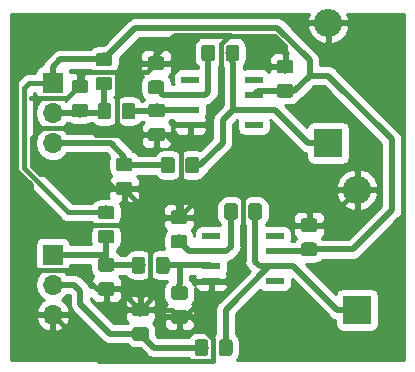
<source format=gbr>
G04 #@! TF.GenerationSoftware,KiCad,Pcbnew,(5.0.2)-1*
G04 #@! TF.CreationDate,2019-02-15T20:44:09+01:00*
G04 #@! TF.ProjectId,opamp temp sense,6f70616d-7020-4746-956d-702073656e73,rev?*
G04 #@! TF.SameCoordinates,PX77a9ca0PY5de3be0*
G04 #@! TF.FileFunction,Copper,L1,Top*
G04 #@! TF.FilePolarity,Positive*
%FSLAX46Y46*%
G04 Gerber Fmt 4.6, Leading zero omitted, Abs format (unit mm)*
G04 Created by KiCad (PCBNEW (5.0.2)-1) date 02/15/19 20:44:09*
%MOMM*%
%LPD*%
G01*
G04 APERTURE LIST*
G04 #@! TA.AperFunction,ComponentPad*
%ADD10R,1.700000X1.700000*%
G04 #@! TD*
G04 #@! TA.AperFunction,ComponentPad*
%ADD11O,1.700000X1.700000*%
G04 #@! TD*
G04 #@! TA.AperFunction,Conductor*
%ADD12C,0.100000*%
G04 #@! TD*
G04 #@! TA.AperFunction,SMDPad,CuDef*
%ADD13C,1.150000*%
G04 #@! TD*
G04 #@! TA.AperFunction,ComponentPad*
%ADD14R,2.400000X2.400000*%
G04 #@! TD*
G04 #@! TA.AperFunction,ComponentPad*
%ADD15O,2.400000X2.400000*%
G04 #@! TD*
G04 #@! TA.AperFunction,SMDPad,CuDef*
%ADD16R,1.550000X0.600000*%
G04 #@! TD*
G04 #@! TA.AperFunction,Conductor*
%ADD17C,0.500000*%
G04 #@! TD*
G04 #@! TA.AperFunction,Conductor*
%ADD18C,0.400000*%
G04 #@! TD*
G04 #@! TA.AperFunction,Conductor*
%ADD19C,0.254000*%
G04 #@! TD*
G04 APERTURE END LIST*
D10*
G04 #@! TO.P,J1,1*
G04 #@! TO.N,VCC*
X4216400Y24180800D03*
D11*
G04 #@! TO.P,J1,2*
G04 #@! TO.N,in1*
X4216400Y21640800D03*
G04 #@! TO.P,J1,3*
G04 #@! TO.N,ut1*
X4216400Y19100800D03*
G04 #@! TD*
D10*
G04 #@! TO.P,J2,1*
G04 #@! TO.N,in2*
X4216400Y9652000D03*
D11*
G04 #@! TO.P,J2,2*
G04 #@! TO.N,ut2*
X4216400Y7112000D03*
G04 #@! TO.P,J2,3*
G04 #@! TO.N,GND*
X4216400Y4572000D03*
G04 #@! TD*
D12*
G04 #@! TO.N,Net-(C1-Pad1)*
G04 #@! TO.C,C1*
G36*
X15409705Y6992596D02*
X15433973Y6988996D01*
X15457772Y6983035D01*
X15480871Y6974770D01*
X15503050Y6964280D01*
X15524093Y6951668D01*
X15543799Y6937053D01*
X15561977Y6920577D01*
X15578453Y6902399D01*
X15593068Y6882693D01*
X15605680Y6861650D01*
X15616170Y6839471D01*
X15624435Y6816372D01*
X15630396Y6792573D01*
X15633996Y6768305D01*
X15635200Y6743801D01*
X15635200Y6093799D01*
X15633996Y6069295D01*
X15630396Y6045027D01*
X15624435Y6021228D01*
X15616170Y5998129D01*
X15605680Y5975950D01*
X15593068Y5954907D01*
X15578453Y5935201D01*
X15561977Y5917023D01*
X15543799Y5900547D01*
X15524093Y5885932D01*
X15503050Y5873320D01*
X15480871Y5862830D01*
X15457772Y5854565D01*
X15433973Y5848604D01*
X15409705Y5845004D01*
X15385201Y5843800D01*
X14485199Y5843800D01*
X14460695Y5845004D01*
X14436427Y5848604D01*
X14412628Y5854565D01*
X14389529Y5862830D01*
X14367350Y5873320D01*
X14346307Y5885932D01*
X14326601Y5900547D01*
X14308423Y5917023D01*
X14291947Y5935201D01*
X14277332Y5954907D01*
X14264720Y5975950D01*
X14254230Y5998129D01*
X14245965Y6021228D01*
X14240004Y6045027D01*
X14236404Y6069295D01*
X14235200Y6093799D01*
X14235200Y6743801D01*
X14236404Y6768305D01*
X14240004Y6792573D01*
X14245965Y6816372D01*
X14254230Y6839471D01*
X14264720Y6861650D01*
X14277332Y6882693D01*
X14291947Y6902399D01*
X14308423Y6920577D01*
X14326601Y6937053D01*
X14346307Y6951668D01*
X14367350Y6964280D01*
X14389529Y6974770D01*
X14412628Y6983035D01*
X14436427Y6988996D01*
X14460695Y6992596D01*
X14485199Y6993800D01*
X15385201Y6993800D01*
X15409705Y6992596D01*
X15409705Y6992596D01*
G37*
D13*
G04 #@! TD*
G04 #@! TO.P,C1,1*
G04 #@! TO.N,Net-(C1-Pad1)*
X14935200Y6418800D03*
D12*
G04 #@! TO.N,GND*
G04 #@! TO.C,C1*
G36*
X15409705Y4942596D02*
X15433973Y4938996D01*
X15457772Y4933035D01*
X15480871Y4924770D01*
X15503050Y4914280D01*
X15524093Y4901668D01*
X15543799Y4887053D01*
X15561977Y4870577D01*
X15578453Y4852399D01*
X15593068Y4832693D01*
X15605680Y4811650D01*
X15616170Y4789471D01*
X15624435Y4766372D01*
X15630396Y4742573D01*
X15633996Y4718305D01*
X15635200Y4693801D01*
X15635200Y4043799D01*
X15633996Y4019295D01*
X15630396Y3995027D01*
X15624435Y3971228D01*
X15616170Y3948129D01*
X15605680Y3925950D01*
X15593068Y3904907D01*
X15578453Y3885201D01*
X15561977Y3867023D01*
X15543799Y3850547D01*
X15524093Y3835932D01*
X15503050Y3823320D01*
X15480871Y3812830D01*
X15457772Y3804565D01*
X15433973Y3798604D01*
X15409705Y3795004D01*
X15385201Y3793800D01*
X14485199Y3793800D01*
X14460695Y3795004D01*
X14436427Y3798604D01*
X14412628Y3804565D01*
X14389529Y3812830D01*
X14367350Y3823320D01*
X14346307Y3835932D01*
X14326601Y3850547D01*
X14308423Y3867023D01*
X14291947Y3885201D01*
X14277332Y3904907D01*
X14264720Y3925950D01*
X14254230Y3948129D01*
X14245965Y3971228D01*
X14240004Y3995027D01*
X14236404Y4019295D01*
X14235200Y4043799D01*
X14235200Y4693801D01*
X14236404Y4718305D01*
X14240004Y4742573D01*
X14245965Y4766372D01*
X14254230Y4789471D01*
X14264720Y4811650D01*
X14277332Y4832693D01*
X14291947Y4852399D01*
X14308423Y4870577D01*
X14326601Y4887053D01*
X14346307Y4901668D01*
X14367350Y4914280D01*
X14389529Y4924770D01*
X14412628Y4933035D01*
X14436427Y4938996D01*
X14460695Y4942596D01*
X14485199Y4943800D01*
X15385201Y4943800D01*
X15409705Y4942596D01*
X15409705Y4942596D01*
G37*
D13*
G04 #@! TD*
G04 #@! TO.P,C1,2*
G04 #@! TO.N,GND*
X14935200Y4368800D03*
D12*
G04 #@! TO.N,GND*
G04 #@! TO.C,C3*
G36*
X26382505Y12723996D02*
X26406773Y12720396D01*
X26430572Y12714435D01*
X26453671Y12706170D01*
X26475850Y12695680D01*
X26496893Y12683068D01*
X26516599Y12668453D01*
X26534777Y12651977D01*
X26551253Y12633799D01*
X26565868Y12614093D01*
X26578480Y12593050D01*
X26588970Y12570871D01*
X26597235Y12547772D01*
X26603196Y12523973D01*
X26606796Y12499705D01*
X26608000Y12475201D01*
X26608000Y11825199D01*
X26606796Y11800695D01*
X26603196Y11776427D01*
X26597235Y11752628D01*
X26588970Y11729529D01*
X26578480Y11707350D01*
X26565868Y11686307D01*
X26551253Y11666601D01*
X26534777Y11648423D01*
X26516599Y11631947D01*
X26496893Y11617332D01*
X26475850Y11604720D01*
X26453671Y11594230D01*
X26430572Y11585965D01*
X26406773Y11580004D01*
X26382505Y11576404D01*
X26358001Y11575200D01*
X25457999Y11575200D01*
X25433495Y11576404D01*
X25409227Y11580004D01*
X25385428Y11585965D01*
X25362329Y11594230D01*
X25340150Y11604720D01*
X25319107Y11617332D01*
X25299401Y11631947D01*
X25281223Y11648423D01*
X25264747Y11666601D01*
X25250132Y11686307D01*
X25237520Y11707350D01*
X25227030Y11729529D01*
X25218765Y11752628D01*
X25212804Y11776427D01*
X25209204Y11800695D01*
X25208000Y11825199D01*
X25208000Y12475201D01*
X25209204Y12499705D01*
X25212804Y12523973D01*
X25218765Y12547772D01*
X25227030Y12570871D01*
X25237520Y12593050D01*
X25250132Y12614093D01*
X25264747Y12633799D01*
X25281223Y12651977D01*
X25299401Y12668453D01*
X25319107Y12683068D01*
X25340150Y12695680D01*
X25362329Y12706170D01*
X25385428Y12714435D01*
X25409227Y12720396D01*
X25433495Y12723996D01*
X25457999Y12725200D01*
X26358001Y12725200D01*
X26382505Y12723996D01*
X26382505Y12723996D01*
G37*
D13*
G04 #@! TD*
G04 #@! TO.P,C3,2*
G04 #@! TO.N,GND*
X25908000Y12150200D03*
D12*
G04 #@! TO.N,VCC*
G04 #@! TO.C,C3*
G36*
X26382505Y10673996D02*
X26406773Y10670396D01*
X26430572Y10664435D01*
X26453671Y10656170D01*
X26475850Y10645680D01*
X26496893Y10633068D01*
X26516599Y10618453D01*
X26534777Y10601977D01*
X26551253Y10583799D01*
X26565868Y10564093D01*
X26578480Y10543050D01*
X26588970Y10520871D01*
X26597235Y10497772D01*
X26603196Y10473973D01*
X26606796Y10449705D01*
X26608000Y10425201D01*
X26608000Y9775199D01*
X26606796Y9750695D01*
X26603196Y9726427D01*
X26597235Y9702628D01*
X26588970Y9679529D01*
X26578480Y9657350D01*
X26565868Y9636307D01*
X26551253Y9616601D01*
X26534777Y9598423D01*
X26516599Y9581947D01*
X26496893Y9567332D01*
X26475850Y9554720D01*
X26453671Y9544230D01*
X26430572Y9535965D01*
X26406773Y9530004D01*
X26382505Y9526404D01*
X26358001Y9525200D01*
X25457999Y9525200D01*
X25433495Y9526404D01*
X25409227Y9530004D01*
X25385428Y9535965D01*
X25362329Y9544230D01*
X25340150Y9554720D01*
X25319107Y9567332D01*
X25299401Y9581947D01*
X25281223Y9598423D01*
X25264747Y9616601D01*
X25250132Y9636307D01*
X25237520Y9657350D01*
X25227030Y9679529D01*
X25218765Y9702628D01*
X25212804Y9726427D01*
X25209204Y9750695D01*
X25208000Y9775199D01*
X25208000Y10425201D01*
X25209204Y10449705D01*
X25212804Y10473973D01*
X25218765Y10497772D01*
X25227030Y10520871D01*
X25237520Y10543050D01*
X25250132Y10564093D01*
X25264747Y10583799D01*
X25281223Y10601977D01*
X25299401Y10618453D01*
X25319107Y10633068D01*
X25340150Y10645680D01*
X25362329Y10656170D01*
X25385428Y10664435D01*
X25409227Y10670396D01*
X25433495Y10673996D01*
X25457999Y10675200D01*
X26358001Y10675200D01*
X26382505Y10673996D01*
X26382505Y10673996D01*
G37*
D13*
G04 #@! TD*
G04 #@! TO.P,C3,1*
G04 #@! TO.N,VCC*
X25908000Y10100200D03*
D12*
G04 #@! TO.N,ut2*
G04 #@! TO.C,C5*
G36*
X12107705Y3511196D02*
X12131973Y3507596D01*
X12155772Y3501635D01*
X12178871Y3493370D01*
X12201050Y3482880D01*
X12222093Y3470268D01*
X12241799Y3455653D01*
X12259977Y3439177D01*
X12276453Y3420999D01*
X12291068Y3401293D01*
X12303680Y3380250D01*
X12314170Y3358071D01*
X12322435Y3334972D01*
X12328396Y3311173D01*
X12331996Y3286905D01*
X12333200Y3262401D01*
X12333200Y2612399D01*
X12331996Y2587895D01*
X12328396Y2563627D01*
X12322435Y2539828D01*
X12314170Y2516729D01*
X12303680Y2494550D01*
X12291068Y2473507D01*
X12276453Y2453801D01*
X12259977Y2435623D01*
X12241799Y2419147D01*
X12222093Y2404532D01*
X12201050Y2391920D01*
X12178871Y2381430D01*
X12155772Y2373165D01*
X12131973Y2367204D01*
X12107705Y2363604D01*
X12083201Y2362400D01*
X11183199Y2362400D01*
X11158695Y2363604D01*
X11134427Y2367204D01*
X11110628Y2373165D01*
X11087529Y2381430D01*
X11065350Y2391920D01*
X11044307Y2404532D01*
X11024601Y2419147D01*
X11006423Y2435623D01*
X10989947Y2453801D01*
X10975332Y2473507D01*
X10962720Y2494550D01*
X10952230Y2516729D01*
X10943965Y2539828D01*
X10938004Y2563627D01*
X10934404Y2587895D01*
X10933200Y2612399D01*
X10933200Y3262401D01*
X10934404Y3286905D01*
X10938004Y3311173D01*
X10943965Y3334972D01*
X10952230Y3358071D01*
X10962720Y3380250D01*
X10975332Y3401293D01*
X10989947Y3420999D01*
X11006423Y3439177D01*
X11024601Y3455653D01*
X11044307Y3470268D01*
X11065350Y3482880D01*
X11087529Y3493370D01*
X11110628Y3501635D01*
X11134427Y3507596D01*
X11158695Y3511196D01*
X11183199Y3512400D01*
X12083201Y3512400D01*
X12107705Y3511196D01*
X12107705Y3511196D01*
G37*
D13*
G04 #@! TD*
G04 #@! TO.P,C5,1*
G04 #@! TO.N,ut2*
X11633200Y2937400D03*
D12*
G04 #@! TO.N,GND*
G04 #@! TO.C,C5*
G36*
X12107705Y5561196D02*
X12131973Y5557596D01*
X12155772Y5551635D01*
X12178871Y5543370D01*
X12201050Y5532880D01*
X12222093Y5520268D01*
X12241799Y5505653D01*
X12259977Y5489177D01*
X12276453Y5470999D01*
X12291068Y5451293D01*
X12303680Y5430250D01*
X12314170Y5408071D01*
X12322435Y5384972D01*
X12328396Y5361173D01*
X12331996Y5336905D01*
X12333200Y5312401D01*
X12333200Y4662399D01*
X12331996Y4637895D01*
X12328396Y4613627D01*
X12322435Y4589828D01*
X12314170Y4566729D01*
X12303680Y4544550D01*
X12291068Y4523507D01*
X12276453Y4503801D01*
X12259977Y4485623D01*
X12241799Y4469147D01*
X12222093Y4454532D01*
X12201050Y4441920D01*
X12178871Y4431430D01*
X12155772Y4423165D01*
X12131973Y4417204D01*
X12107705Y4413604D01*
X12083201Y4412400D01*
X11183199Y4412400D01*
X11158695Y4413604D01*
X11134427Y4417204D01*
X11110628Y4423165D01*
X11087529Y4431430D01*
X11065350Y4441920D01*
X11044307Y4454532D01*
X11024601Y4469147D01*
X11006423Y4485623D01*
X10989947Y4503801D01*
X10975332Y4523507D01*
X10962720Y4544550D01*
X10952230Y4566729D01*
X10943965Y4589828D01*
X10938004Y4613627D01*
X10934404Y4637895D01*
X10933200Y4662399D01*
X10933200Y5312401D01*
X10934404Y5336905D01*
X10938004Y5361173D01*
X10943965Y5384972D01*
X10952230Y5408071D01*
X10962720Y5430250D01*
X10975332Y5451293D01*
X10989947Y5470999D01*
X11006423Y5489177D01*
X11024601Y5505653D01*
X11044307Y5520268D01*
X11065350Y5532880D01*
X11087529Y5543370D01*
X11110628Y5551635D01*
X11134427Y5557596D01*
X11158695Y5561196D01*
X11183199Y5562400D01*
X12083201Y5562400D01*
X12107705Y5561196D01*
X12107705Y5561196D01*
G37*
D13*
G04 #@! TD*
G04 #@! TO.P,C5,2*
G04 #@! TO.N,GND*
X11633200Y4987400D03*
D14*
G04 #@! TO.P,D1,1*
G04 #@! TO.N,Net-(D1-Pad1)*
X29972000Y4978400D03*
D15*
G04 #@! TO.P,D1,2*
G04 #@! TO.N,GND*
X29972000Y15138400D03*
G04 #@! TD*
D16*
G04 #@! TO.P,U1,1*
G04 #@! TO.N,N/C*
X17620000Y11201400D03*
G04 #@! TO.P,U1,2*
G04 #@! TO.N,Net-(R7-Pad1)*
X17620000Y9931400D03*
G04 #@! TO.P,U1,3*
G04 #@! TO.N,Net-(C1-Pad1)*
X17620000Y8661400D03*
G04 #@! TO.P,U1,4*
G04 #@! TO.N,GND*
X17620000Y7391400D03*
G04 #@! TO.P,U1,5*
G04 #@! TO.N,N/C*
X23020000Y7391400D03*
G04 #@! TO.P,U1,6*
G04 #@! TO.N,Net-(D1-Pad1)*
X23020000Y8661400D03*
G04 #@! TO.P,U1,7*
G04 #@! TO.N,VCC*
X23020000Y9931400D03*
G04 #@! TO.P,U1,8*
G04 #@! TO.N,N/C*
X23020000Y11201400D03*
G04 #@! TD*
D12*
G04 #@! TO.N,GND*
G04 #@! TO.C,R7*
G36*
X15358905Y13384396D02*
X15383173Y13380796D01*
X15406972Y13374835D01*
X15430071Y13366570D01*
X15452250Y13356080D01*
X15473293Y13343468D01*
X15492999Y13328853D01*
X15511177Y13312377D01*
X15527653Y13294199D01*
X15542268Y13274493D01*
X15554880Y13253450D01*
X15565370Y13231271D01*
X15573635Y13208172D01*
X15579596Y13184373D01*
X15583196Y13160105D01*
X15584400Y13135601D01*
X15584400Y12485599D01*
X15583196Y12461095D01*
X15579596Y12436827D01*
X15573635Y12413028D01*
X15565370Y12389929D01*
X15554880Y12367750D01*
X15542268Y12346707D01*
X15527653Y12327001D01*
X15511177Y12308823D01*
X15492999Y12292347D01*
X15473293Y12277732D01*
X15452250Y12265120D01*
X15430071Y12254630D01*
X15406972Y12246365D01*
X15383173Y12240404D01*
X15358905Y12236804D01*
X15334401Y12235600D01*
X14434399Y12235600D01*
X14409895Y12236804D01*
X14385627Y12240404D01*
X14361828Y12246365D01*
X14338729Y12254630D01*
X14316550Y12265120D01*
X14295507Y12277732D01*
X14275801Y12292347D01*
X14257623Y12308823D01*
X14241147Y12327001D01*
X14226532Y12346707D01*
X14213920Y12367750D01*
X14203430Y12389929D01*
X14195165Y12413028D01*
X14189204Y12436827D01*
X14185604Y12461095D01*
X14184400Y12485599D01*
X14184400Y13135601D01*
X14185604Y13160105D01*
X14189204Y13184373D01*
X14195165Y13208172D01*
X14203430Y13231271D01*
X14213920Y13253450D01*
X14226532Y13274493D01*
X14241147Y13294199D01*
X14257623Y13312377D01*
X14275801Y13328853D01*
X14295507Y13343468D01*
X14316550Y13356080D01*
X14338729Y13366570D01*
X14361828Y13374835D01*
X14385627Y13380796D01*
X14409895Y13384396D01*
X14434399Y13385600D01*
X15334401Y13385600D01*
X15358905Y13384396D01*
X15358905Y13384396D01*
G37*
D13*
G04 #@! TD*
G04 #@! TO.P,R7,2*
G04 #@! TO.N,GND*
X14884400Y12810600D03*
D12*
G04 #@! TO.N,Net-(R7-Pad1)*
G04 #@! TO.C,R7*
G36*
X15358905Y11334396D02*
X15383173Y11330796D01*
X15406972Y11324835D01*
X15430071Y11316570D01*
X15452250Y11306080D01*
X15473293Y11293468D01*
X15492999Y11278853D01*
X15511177Y11262377D01*
X15527653Y11244199D01*
X15542268Y11224493D01*
X15554880Y11203450D01*
X15565370Y11181271D01*
X15573635Y11158172D01*
X15579596Y11134373D01*
X15583196Y11110105D01*
X15584400Y11085601D01*
X15584400Y10435599D01*
X15583196Y10411095D01*
X15579596Y10386827D01*
X15573635Y10363028D01*
X15565370Y10339929D01*
X15554880Y10317750D01*
X15542268Y10296707D01*
X15527653Y10277001D01*
X15511177Y10258823D01*
X15492999Y10242347D01*
X15473293Y10227732D01*
X15452250Y10215120D01*
X15430071Y10204630D01*
X15406972Y10196365D01*
X15383173Y10190404D01*
X15358905Y10186804D01*
X15334401Y10185600D01*
X14434399Y10185600D01*
X14409895Y10186804D01*
X14385627Y10190404D01*
X14361828Y10196365D01*
X14338729Y10204630D01*
X14316550Y10215120D01*
X14295507Y10227732D01*
X14275801Y10242347D01*
X14257623Y10258823D01*
X14241147Y10277001D01*
X14226532Y10296707D01*
X14213920Y10317750D01*
X14203430Y10339929D01*
X14195165Y10363028D01*
X14189204Y10386827D01*
X14185604Y10411095D01*
X14184400Y10435599D01*
X14184400Y11085601D01*
X14185604Y11110105D01*
X14189204Y11134373D01*
X14195165Y11158172D01*
X14203430Y11181271D01*
X14213920Y11203450D01*
X14226532Y11224493D01*
X14241147Y11244199D01*
X14257623Y11262377D01*
X14275801Y11278853D01*
X14295507Y11293468D01*
X14316550Y11306080D01*
X14338729Y11316570D01*
X14361828Y11324835D01*
X14385627Y11330796D01*
X14409895Y11334396D01*
X14434399Y11335600D01*
X15334401Y11335600D01*
X15358905Y11334396D01*
X15358905Y11334396D01*
G37*
D13*
G04 #@! TD*
G04 #@! TO.P,R7,1*
G04 #@! TO.N,Net-(R7-Pad1)*
X14884400Y10760600D03*
D12*
G04 #@! TO.N,ut2*
G04 #@! TO.C,R11*
G36*
X17155305Y2476796D02*
X17179573Y2473196D01*
X17203372Y2467235D01*
X17226471Y2458970D01*
X17248650Y2448480D01*
X17269693Y2435868D01*
X17289399Y2421253D01*
X17307577Y2404777D01*
X17324053Y2386599D01*
X17338668Y2366893D01*
X17351280Y2345850D01*
X17361770Y2323671D01*
X17370035Y2300572D01*
X17375996Y2276773D01*
X17379596Y2252505D01*
X17380800Y2228001D01*
X17380800Y1327999D01*
X17379596Y1303495D01*
X17375996Y1279227D01*
X17370035Y1255428D01*
X17361770Y1232329D01*
X17351280Y1210150D01*
X17338668Y1189107D01*
X17324053Y1169401D01*
X17307577Y1151223D01*
X17289399Y1134747D01*
X17269693Y1120132D01*
X17248650Y1107520D01*
X17226471Y1097030D01*
X17203372Y1088765D01*
X17179573Y1082804D01*
X17155305Y1079204D01*
X17130801Y1078000D01*
X16480799Y1078000D01*
X16456295Y1079204D01*
X16432027Y1082804D01*
X16408228Y1088765D01*
X16385129Y1097030D01*
X16362950Y1107520D01*
X16341907Y1120132D01*
X16322201Y1134747D01*
X16304023Y1151223D01*
X16287547Y1169401D01*
X16272932Y1189107D01*
X16260320Y1210150D01*
X16249830Y1232329D01*
X16241565Y1255428D01*
X16235604Y1279227D01*
X16232004Y1303495D01*
X16230800Y1327999D01*
X16230800Y2228001D01*
X16232004Y2252505D01*
X16235604Y2276773D01*
X16241565Y2300572D01*
X16249830Y2323671D01*
X16260320Y2345850D01*
X16272932Y2366893D01*
X16287547Y2386599D01*
X16304023Y2404777D01*
X16322201Y2421253D01*
X16341907Y2435868D01*
X16362950Y2448480D01*
X16385129Y2458970D01*
X16408228Y2467235D01*
X16432027Y2473196D01*
X16456295Y2476796D01*
X16480799Y2478000D01*
X17130801Y2478000D01*
X17155305Y2476796D01*
X17155305Y2476796D01*
G37*
D13*
G04 #@! TD*
G04 #@! TO.P,R11,1*
G04 #@! TO.N,ut2*
X16805800Y1778000D03*
D12*
G04 #@! TO.N,Net-(D1-Pad1)*
G04 #@! TO.C,R11*
G36*
X19205305Y2476796D02*
X19229573Y2473196D01*
X19253372Y2467235D01*
X19276471Y2458970D01*
X19298650Y2448480D01*
X19319693Y2435868D01*
X19339399Y2421253D01*
X19357577Y2404777D01*
X19374053Y2386599D01*
X19388668Y2366893D01*
X19401280Y2345850D01*
X19411770Y2323671D01*
X19420035Y2300572D01*
X19425996Y2276773D01*
X19429596Y2252505D01*
X19430800Y2228001D01*
X19430800Y1327999D01*
X19429596Y1303495D01*
X19425996Y1279227D01*
X19420035Y1255428D01*
X19411770Y1232329D01*
X19401280Y1210150D01*
X19388668Y1189107D01*
X19374053Y1169401D01*
X19357577Y1151223D01*
X19339399Y1134747D01*
X19319693Y1120132D01*
X19298650Y1107520D01*
X19276471Y1097030D01*
X19253372Y1088765D01*
X19229573Y1082804D01*
X19205305Y1079204D01*
X19180801Y1078000D01*
X18530799Y1078000D01*
X18506295Y1079204D01*
X18482027Y1082804D01*
X18458228Y1088765D01*
X18435129Y1097030D01*
X18412950Y1107520D01*
X18391907Y1120132D01*
X18372201Y1134747D01*
X18354023Y1151223D01*
X18337547Y1169401D01*
X18322932Y1189107D01*
X18310320Y1210150D01*
X18299830Y1232329D01*
X18291565Y1255428D01*
X18285604Y1279227D01*
X18282004Y1303495D01*
X18280800Y1327999D01*
X18280800Y2228001D01*
X18282004Y2252505D01*
X18285604Y2276773D01*
X18291565Y2300572D01*
X18299830Y2323671D01*
X18310320Y2345850D01*
X18322932Y2366893D01*
X18337547Y2386599D01*
X18354023Y2404777D01*
X18372201Y2421253D01*
X18391907Y2435868D01*
X18412950Y2448480D01*
X18435129Y2458970D01*
X18458228Y2467235D01*
X18482027Y2473196D01*
X18506295Y2476796D01*
X18530799Y2478000D01*
X19180801Y2478000D01*
X19205305Y2476796D01*
X19205305Y2476796D01*
G37*
D13*
G04 #@! TD*
G04 #@! TO.P,R11,2*
G04 #@! TO.N,Net-(D1-Pad1)*
X18855800Y1778000D03*
D12*
G04 #@! TO.N,in2*
G04 #@! TO.C,R2*
G36*
X9212105Y9362196D02*
X9236373Y9358596D01*
X9260172Y9352635D01*
X9283271Y9344370D01*
X9305450Y9333880D01*
X9326493Y9321268D01*
X9346199Y9306653D01*
X9364377Y9290177D01*
X9380853Y9271999D01*
X9395468Y9252293D01*
X9408080Y9231250D01*
X9418570Y9209071D01*
X9426835Y9185972D01*
X9432796Y9162173D01*
X9436396Y9137905D01*
X9437600Y9113401D01*
X9437600Y8463399D01*
X9436396Y8438895D01*
X9432796Y8414627D01*
X9426835Y8390828D01*
X9418570Y8367729D01*
X9408080Y8345550D01*
X9395468Y8324507D01*
X9380853Y8304801D01*
X9364377Y8286623D01*
X9346199Y8270147D01*
X9326493Y8255532D01*
X9305450Y8242920D01*
X9283271Y8232430D01*
X9260172Y8224165D01*
X9236373Y8218204D01*
X9212105Y8214604D01*
X9187601Y8213400D01*
X8287599Y8213400D01*
X8263095Y8214604D01*
X8238827Y8218204D01*
X8215028Y8224165D01*
X8191929Y8232430D01*
X8169750Y8242920D01*
X8148707Y8255532D01*
X8129001Y8270147D01*
X8110823Y8286623D01*
X8094347Y8304801D01*
X8079732Y8324507D01*
X8067120Y8345550D01*
X8056630Y8367729D01*
X8048365Y8390828D01*
X8042404Y8414627D01*
X8038804Y8438895D01*
X8037600Y8463399D01*
X8037600Y9113401D01*
X8038804Y9137905D01*
X8042404Y9162173D01*
X8048365Y9185972D01*
X8056630Y9209071D01*
X8067120Y9231250D01*
X8079732Y9252293D01*
X8094347Y9271999D01*
X8110823Y9290177D01*
X8129001Y9306653D01*
X8148707Y9321268D01*
X8169750Y9333880D01*
X8191929Y9344370D01*
X8215028Y9352635D01*
X8238827Y9358596D01*
X8263095Y9362196D01*
X8287599Y9363400D01*
X9187601Y9363400D01*
X9212105Y9362196D01*
X9212105Y9362196D01*
G37*
D13*
G04 #@! TD*
G04 #@! TO.P,R2,2*
G04 #@! TO.N,in2*
X8737600Y8788400D03*
D12*
G04 #@! TO.N,GND*
G04 #@! TO.C,R2*
G36*
X9212105Y7312196D02*
X9236373Y7308596D01*
X9260172Y7302635D01*
X9283271Y7294370D01*
X9305450Y7283880D01*
X9326493Y7271268D01*
X9346199Y7256653D01*
X9364377Y7240177D01*
X9380853Y7221999D01*
X9395468Y7202293D01*
X9408080Y7181250D01*
X9418570Y7159071D01*
X9426835Y7135972D01*
X9432796Y7112173D01*
X9436396Y7087905D01*
X9437600Y7063401D01*
X9437600Y6413399D01*
X9436396Y6388895D01*
X9432796Y6364627D01*
X9426835Y6340828D01*
X9418570Y6317729D01*
X9408080Y6295550D01*
X9395468Y6274507D01*
X9380853Y6254801D01*
X9364377Y6236623D01*
X9346199Y6220147D01*
X9326493Y6205532D01*
X9305450Y6192920D01*
X9283271Y6182430D01*
X9260172Y6174165D01*
X9236373Y6168204D01*
X9212105Y6164604D01*
X9187601Y6163400D01*
X8287599Y6163400D01*
X8263095Y6164604D01*
X8238827Y6168204D01*
X8215028Y6174165D01*
X8191929Y6182430D01*
X8169750Y6192920D01*
X8148707Y6205532D01*
X8129001Y6220147D01*
X8110823Y6236623D01*
X8094347Y6254801D01*
X8079732Y6274507D01*
X8067120Y6295550D01*
X8056630Y6317729D01*
X8048365Y6340828D01*
X8042404Y6364627D01*
X8038804Y6388895D01*
X8037600Y6413399D01*
X8037600Y7063401D01*
X8038804Y7087905D01*
X8042404Y7112173D01*
X8048365Y7135972D01*
X8056630Y7159071D01*
X8067120Y7181250D01*
X8079732Y7202293D01*
X8094347Y7221999D01*
X8110823Y7240177D01*
X8129001Y7256653D01*
X8148707Y7271268D01*
X8169750Y7283880D01*
X8191929Y7294370D01*
X8215028Y7302635D01*
X8238827Y7308596D01*
X8263095Y7312196D01*
X8287599Y7313400D01*
X9187601Y7313400D01*
X9212105Y7312196D01*
X9212105Y7312196D01*
G37*
D13*
G04 #@! TD*
G04 #@! TO.P,R2,1*
G04 #@! TO.N,GND*
X8737600Y6738400D03*
D12*
G04 #@! TO.N,in2*
G04 #@! TO.C,R1*
G36*
X9212105Y11740796D02*
X9236373Y11737196D01*
X9260172Y11731235D01*
X9283271Y11722970D01*
X9305450Y11712480D01*
X9326493Y11699868D01*
X9346199Y11685253D01*
X9364377Y11668777D01*
X9380853Y11650599D01*
X9395468Y11630893D01*
X9408080Y11609850D01*
X9418570Y11587671D01*
X9426835Y11564572D01*
X9432796Y11540773D01*
X9436396Y11516505D01*
X9437600Y11492001D01*
X9437600Y10841999D01*
X9436396Y10817495D01*
X9432796Y10793227D01*
X9426835Y10769428D01*
X9418570Y10746329D01*
X9408080Y10724150D01*
X9395468Y10703107D01*
X9380853Y10683401D01*
X9364377Y10665223D01*
X9346199Y10648747D01*
X9326493Y10634132D01*
X9305450Y10621520D01*
X9283271Y10611030D01*
X9260172Y10602765D01*
X9236373Y10596804D01*
X9212105Y10593204D01*
X9187601Y10592000D01*
X8287599Y10592000D01*
X8263095Y10593204D01*
X8238827Y10596804D01*
X8215028Y10602765D01*
X8191929Y10611030D01*
X8169750Y10621520D01*
X8148707Y10634132D01*
X8129001Y10648747D01*
X8110823Y10665223D01*
X8094347Y10683401D01*
X8079732Y10703107D01*
X8067120Y10724150D01*
X8056630Y10746329D01*
X8048365Y10769428D01*
X8042404Y10793227D01*
X8038804Y10817495D01*
X8037600Y10841999D01*
X8037600Y11492001D01*
X8038804Y11516505D01*
X8042404Y11540773D01*
X8048365Y11564572D01*
X8056630Y11587671D01*
X8067120Y11609850D01*
X8079732Y11630893D01*
X8094347Y11650599D01*
X8110823Y11668777D01*
X8129001Y11685253D01*
X8148707Y11699868D01*
X8169750Y11712480D01*
X8191929Y11722970D01*
X8215028Y11731235D01*
X8238827Y11737196D01*
X8263095Y11740796D01*
X8287599Y11742000D01*
X9187601Y11742000D01*
X9212105Y11740796D01*
X9212105Y11740796D01*
G37*
D13*
G04 #@! TD*
G04 #@! TO.P,R1,1*
G04 #@! TO.N,in2*
X8737600Y11167000D03*
D12*
G04 #@! TO.N,VCC*
G04 #@! TO.C,R1*
G36*
X9212105Y13790796D02*
X9236373Y13787196D01*
X9260172Y13781235D01*
X9283271Y13772970D01*
X9305450Y13762480D01*
X9326493Y13749868D01*
X9346199Y13735253D01*
X9364377Y13718777D01*
X9380853Y13700599D01*
X9395468Y13680893D01*
X9408080Y13659850D01*
X9418570Y13637671D01*
X9426835Y13614572D01*
X9432796Y13590773D01*
X9436396Y13566505D01*
X9437600Y13542001D01*
X9437600Y12891999D01*
X9436396Y12867495D01*
X9432796Y12843227D01*
X9426835Y12819428D01*
X9418570Y12796329D01*
X9408080Y12774150D01*
X9395468Y12753107D01*
X9380853Y12733401D01*
X9364377Y12715223D01*
X9346199Y12698747D01*
X9326493Y12684132D01*
X9305450Y12671520D01*
X9283271Y12661030D01*
X9260172Y12652765D01*
X9236373Y12646804D01*
X9212105Y12643204D01*
X9187601Y12642000D01*
X8287599Y12642000D01*
X8263095Y12643204D01*
X8238827Y12646804D01*
X8215028Y12652765D01*
X8191929Y12661030D01*
X8169750Y12671520D01*
X8148707Y12684132D01*
X8129001Y12698747D01*
X8110823Y12715223D01*
X8094347Y12733401D01*
X8079732Y12753107D01*
X8067120Y12774150D01*
X8056630Y12796329D01*
X8048365Y12819428D01*
X8042404Y12843227D01*
X8038804Y12867495D01*
X8037600Y12891999D01*
X8037600Y13542001D01*
X8038804Y13566505D01*
X8042404Y13590773D01*
X8048365Y13614572D01*
X8056630Y13637671D01*
X8067120Y13659850D01*
X8079732Y13680893D01*
X8094347Y13700599D01*
X8110823Y13718777D01*
X8129001Y13735253D01*
X8148707Y13749868D01*
X8169750Y13762480D01*
X8191929Y13772970D01*
X8215028Y13781235D01*
X8238827Y13787196D01*
X8263095Y13790796D01*
X8287599Y13792000D01*
X9187601Y13792000D01*
X9212105Y13790796D01*
X9212105Y13790796D01*
G37*
D13*
G04 #@! TD*
G04 #@! TO.P,R1,2*
G04 #@! TO.N,VCC*
X8737600Y13217000D03*
D12*
G04 #@! TO.N,Net-(R7-Pad1)*
G04 #@! TO.C,R9*
G36*
X19644505Y14008396D02*
X19668773Y14004796D01*
X19692572Y13998835D01*
X19715671Y13990570D01*
X19737850Y13980080D01*
X19758893Y13967468D01*
X19778599Y13952853D01*
X19796777Y13936377D01*
X19813253Y13918199D01*
X19827868Y13898493D01*
X19840480Y13877450D01*
X19850970Y13855271D01*
X19859235Y13832172D01*
X19865196Y13808373D01*
X19868796Y13784105D01*
X19870000Y13759601D01*
X19870000Y12859599D01*
X19868796Y12835095D01*
X19865196Y12810827D01*
X19859235Y12787028D01*
X19850970Y12763929D01*
X19840480Y12741750D01*
X19827868Y12720707D01*
X19813253Y12701001D01*
X19796777Y12682823D01*
X19778599Y12666347D01*
X19758893Y12651732D01*
X19737850Y12639120D01*
X19715671Y12628630D01*
X19692572Y12620365D01*
X19668773Y12614404D01*
X19644505Y12610804D01*
X19620001Y12609600D01*
X18969999Y12609600D01*
X18945495Y12610804D01*
X18921227Y12614404D01*
X18897428Y12620365D01*
X18874329Y12628630D01*
X18852150Y12639120D01*
X18831107Y12651732D01*
X18811401Y12666347D01*
X18793223Y12682823D01*
X18776747Y12701001D01*
X18762132Y12720707D01*
X18749520Y12741750D01*
X18739030Y12763929D01*
X18730765Y12787028D01*
X18724804Y12810827D01*
X18721204Y12835095D01*
X18720000Y12859599D01*
X18720000Y13759601D01*
X18721204Y13784105D01*
X18724804Y13808373D01*
X18730765Y13832172D01*
X18739030Y13855271D01*
X18749520Y13877450D01*
X18762132Y13898493D01*
X18776747Y13918199D01*
X18793223Y13936377D01*
X18811401Y13952853D01*
X18831107Y13967468D01*
X18852150Y13980080D01*
X18874329Y13990570D01*
X18897428Y13998835D01*
X18921227Y14004796D01*
X18945495Y14008396D01*
X18969999Y14009600D01*
X19620001Y14009600D01*
X19644505Y14008396D01*
X19644505Y14008396D01*
G37*
D13*
G04 #@! TD*
G04 #@! TO.P,R9,2*
G04 #@! TO.N,Net-(R7-Pad1)*
X19295000Y13309600D03*
D12*
G04 #@! TO.N,Net-(D1-Pad1)*
G04 #@! TO.C,R9*
G36*
X21694505Y14008396D02*
X21718773Y14004796D01*
X21742572Y13998835D01*
X21765671Y13990570D01*
X21787850Y13980080D01*
X21808893Y13967468D01*
X21828599Y13952853D01*
X21846777Y13936377D01*
X21863253Y13918199D01*
X21877868Y13898493D01*
X21890480Y13877450D01*
X21900970Y13855271D01*
X21909235Y13832172D01*
X21915196Y13808373D01*
X21918796Y13784105D01*
X21920000Y13759601D01*
X21920000Y12859599D01*
X21918796Y12835095D01*
X21915196Y12810827D01*
X21909235Y12787028D01*
X21900970Y12763929D01*
X21890480Y12741750D01*
X21877868Y12720707D01*
X21863253Y12701001D01*
X21846777Y12682823D01*
X21828599Y12666347D01*
X21808893Y12651732D01*
X21787850Y12639120D01*
X21765671Y12628630D01*
X21742572Y12620365D01*
X21718773Y12614404D01*
X21694505Y12610804D01*
X21670001Y12609600D01*
X21019999Y12609600D01*
X20995495Y12610804D01*
X20971227Y12614404D01*
X20947428Y12620365D01*
X20924329Y12628630D01*
X20902150Y12639120D01*
X20881107Y12651732D01*
X20861401Y12666347D01*
X20843223Y12682823D01*
X20826747Y12701001D01*
X20812132Y12720707D01*
X20799520Y12741750D01*
X20789030Y12763929D01*
X20780765Y12787028D01*
X20774804Y12810827D01*
X20771204Y12835095D01*
X20770000Y12859599D01*
X20770000Y13759601D01*
X20771204Y13784105D01*
X20774804Y13808373D01*
X20780765Y13832172D01*
X20789030Y13855271D01*
X20799520Y13877450D01*
X20812132Y13898493D01*
X20826747Y13918199D01*
X20843223Y13936377D01*
X20861401Y13952853D01*
X20881107Y13967468D01*
X20902150Y13980080D01*
X20924329Y13990570D01*
X20947428Y13998835D01*
X20971227Y14004796D01*
X20995495Y14008396D01*
X21019999Y14009600D01*
X21670001Y14009600D01*
X21694505Y14008396D01*
X21694505Y14008396D01*
G37*
D13*
G04 #@! TD*
G04 #@! TO.P,R9,1*
G04 #@! TO.N,Net-(D1-Pad1)*
X21345000Y13309600D03*
D12*
G04 #@! TO.N,Net-(C1-Pad1)*
G04 #@! TO.C,R5*
G36*
X13871305Y9436396D02*
X13895573Y9432796D01*
X13919372Y9426835D01*
X13942471Y9418570D01*
X13964650Y9408080D01*
X13985693Y9395468D01*
X14005399Y9380853D01*
X14023577Y9364377D01*
X14040053Y9346199D01*
X14054668Y9326493D01*
X14067280Y9305450D01*
X14077770Y9283271D01*
X14086035Y9260172D01*
X14091996Y9236373D01*
X14095596Y9212105D01*
X14096800Y9187601D01*
X14096800Y8287599D01*
X14095596Y8263095D01*
X14091996Y8238827D01*
X14086035Y8215028D01*
X14077770Y8191929D01*
X14067280Y8169750D01*
X14054668Y8148707D01*
X14040053Y8129001D01*
X14023577Y8110823D01*
X14005399Y8094347D01*
X13985693Y8079732D01*
X13964650Y8067120D01*
X13942471Y8056630D01*
X13919372Y8048365D01*
X13895573Y8042404D01*
X13871305Y8038804D01*
X13846801Y8037600D01*
X13196799Y8037600D01*
X13172295Y8038804D01*
X13148027Y8042404D01*
X13124228Y8048365D01*
X13101129Y8056630D01*
X13078950Y8067120D01*
X13057907Y8079732D01*
X13038201Y8094347D01*
X13020023Y8110823D01*
X13003547Y8129001D01*
X12988932Y8148707D01*
X12976320Y8169750D01*
X12965830Y8191929D01*
X12957565Y8215028D01*
X12951604Y8238827D01*
X12948004Y8263095D01*
X12946800Y8287599D01*
X12946800Y9187601D01*
X12948004Y9212105D01*
X12951604Y9236373D01*
X12957565Y9260172D01*
X12965830Y9283271D01*
X12976320Y9305450D01*
X12988932Y9326493D01*
X13003547Y9346199D01*
X13020023Y9364377D01*
X13038201Y9380853D01*
X13057907Y9395468D01*
X13078950Y9408080D01*
X13101129Y9418570D01*
X13124228Y9426835D01*
X13148027Y9432796D01*
X13172295Y9436396D01*
X13196799Y9437600D01*
X13846801Y9437600D01*
X13871305Y9436396D01*
X13871305Y9436396D01*
G37*
D13*
G04 #@! TD*
G04 #@! TO.P,R5,1*
G04 #@! TO.N,Net-(C1-Pad1)*
X13521800Y8737600D03*
D12*
G04 #@! TO.N,in2*
G04 #@! TO.C,R5*
G36*
X11821305Y9436396D02*
X11845573Y9432796D01*
X11869372Y9426835D01*
X11892471Y9418570D01*
X11914650Y9408080D01*
X11935693Y9395468D01*
X11955399Y9380853D01*
X11973577Y9364377D01*
X11990053Y9346199D01*
X12004668Y9326493D01*
X12017280Y9305450D01*
X12027770Y9283271D01*
X12036035Y9260172D01*
X12041996Y9236373D01*
X12045596Y9212105D01*
X12046800Y9187601D01*
X12046800Y8287599D01*
X12045596Y8263095D01*
X12041996Y8238827D01*
X12036035Y8215028D01*
X12027770Y8191929D01*
X12017280Y8169750D01*
X12004668Y8148707D01*
X11990053Y8129001D01*
X11973577Y8110823D01*
X11955399Y8094347D01*
X11935693Y8079732D01*
X11914650Y8067120D01*
X11892471Y8056630D01*
X11869372Y8048365D01*
X11845573Y8042404D01*
X11821305Y8038804D01*
X11796801Y8037600D01*
X11146799Y8037600D01*
X11122295Y8038804D01*
X11098027Y8042404D01*
X11074228Y8048365D01*
X11051129Y8056630D01*
X11028950Y8067120D01*
X11007907Y8079732D01*
X10988201Y8094347D01*
X10970023Y8110823D01*
X10953547Y8129001D01*
X10938932Y8148707D01*
X10926320Y8169750D01*
X10915830Y8191929D01*
X10907565Y8215028D01*
X10901604Y8238827D01*
X10898004Y8263095D01*
X10896800Y8287599D01*
X10896800Y9187601D01*
X10898004Y9212105D01*
X10901604Y9236373D01*
X10907565Y9260172D01*
X10915830Y9283271D01*
X10926320Y9305450D01*
X10938932Y9326493D01*
X10953547Y9346199D01*
X10970023Y9364377D01*
X10988201Y9380853D01*
X11007907Y9395468D01*
X11028950Y9408080D01*
X11051129Y9418570D01*
X11074228Y9426835D01*
X11098027Y9432796D01*
X11122295Y9436396D01*
X11146799Y9437600D01*
X11796801Y9437600D01*
X11821305Y9436396D01*
X11821305Y9436396D01*
G37*
D13*
G04 #@! TD*
G04 #@! TO.P,R5,2*
G04 #@! TO.N,in2*
X11471800Y8737600D03*
D12*
G04 #@! TO.N,Net-(C2-Pad1)*
G04 #@! TO.C,C2*
G36*
X13479305Y22426796D02*
X13503573Y22423196D01*
X13527372Y22417235D01*
X13550471Y22408970D01*
X13572650Y22398480D01*
X13593693Y22385868D01*
X13613399Y22371253D01*
X13631577Y22354777D01*
X13648053Y22336599D01*
X13662668Y22316893D01*
X13675280Y22295850D01*
X13685770Y22273671D01*
X13694035Y22250572D01*
X13699996Y22226773D01*
X13703596Y22202505D01*
X13704800Y22178001D01*
X13704800Y21527999D01*
X13703596Y21503495D01*
X13699996Y21479227D01*
X13694035Y21455428D01*
X13685770Y21432329D01*
X13675280Y21410150D01*
X13662668Y21389107D01*
X13648053Y21369401D01*
X13631577Y21351223D01*
X13613399Y21334747D01*
X13593693Y21320132D01*
X13572650Y21307520D01*
X13550471Y21297030D01*
X13527372Y21288765D01*
X13503573Y21282804D01*
X13479305Y21279204D01*
X13454801Y21278000D01*
X12554799Y21278000D01*
X12530295Y21279204D01*
X12506027Y21282804D01*
X12482228Y21288765D01*
X12459129Y21297030D01*
X12436950Y21307520D01*
X12415907Y21320132D01*
X12396201Y21334747D01*
X12378023Y21351223D01*
X12361547Y21369401D01*
X12346932Y21389107D01*
X12334320Y21410150D01*
X12323830Y21432329D01*
X12315565Y21455428D01*
X12309604Y21479227D01*
X12306004Y21503495D01*
X12304800Y21527999D01*
X12304800Y22178001D01*
X12306004Y22202505D01*
X12309604Y22226773D01*
X12315565Y22250572D01*
X12323830Y22273671D01*
X12334320Y22295850D01*
X12346932Y22316893D01*
X12361547Y22336599D01*
X12378023Y22354777D01*
X12396201Y22371253D01*
X12415907Y22385868D01*
X12436950Y22398480D01*
X12459129Y22408970D01*
X12482228Y22417235D01*
X12506027Y22423196D01*
X12530295Y22426796D01*
X12554799Y22428000D01*
X13454801Y22428000D01*
X13479305Y22426796D01*
X13479305Y22426796D01*
G37*
D13*
G04 #@! TD*
G04 #@! TO.P,C2,1*
G04 #@! TO.N,Net-(C2-Pad1)*
X13004800Y21853000D03*
D12*
G04 #@! TO.N,GND*
G04 #@! TO.C,C2*
G36*
X13479305Y20376796D02*
X13503573Y20373196D01*
X13527372Y20367235D01*
X13550471Y20358970D01*
X13572650Y20348480D01*
X13593693Y20335868D01*
X13613399Y20321253D01*
X13631577Y20304777D01*
X13648053Y20286599D01*
X13662668Y20266893D01*
X13675280Y20245850D01*
X13685770Y20223671D01*
X13694035Y20200572D01*
X13699996Y20176773D01*
X13703596Y20152505D01*
X13704800Y20128001D01*
X13704800Y19477999D01*
X13703596Y19453495D01*
X13699996Y19429227D01*
X13694035Y19405428D01*
X13685770Y19382329D01*
X13675280Y19360150D01*
X13662668Y19339107D01*
X13648053Y19319401D01*
X13631577Y19301223D01*
X13613399Y19284747D01*
X13593693Y19270132D01*
X13572650Y19257520D01*
X13550471Y19247030D01*
X13527372Y19238765D01*
X13503573Y19232804D01*
X13479305Y19229204D01*
X13454801Y19228000D01*
X12554799Y19228000D01*
X12530295Y19229204D01*
X12506027Y19232804D01*
X12482228Y19238765D01*
X12459129Y19247030D01*
X12436950Y19257520D01*
X12415907Y19270132D01*
X12396201Y19284747D01*
X12378023Y19301223D01*
X12361547Y19319401D01*
X12346932Y19339107D01*
X12334320Y19360150D01*
X12323830Y19382329D01*
X12315565Y19405428D01*
X12309604Y19429227D01*
X12306004Y19453495D01*
X12304800Y19477999D01*
X12304800Y20128001D01*
X12306004Y20152505D01*
X12309604Y20176773D01*
X12315565Y20200572D01*
X12323830Y20223671D01*
X12334320Y20245850D01*
X12346932Y20266893D01*
X12361547Y20286599D01*
X12378023Y20304777D01*
X12396201Y20321253D01*
X12415907Y20335868D01*
X12436950Y20348480D01*
X12459129Y20358970D01*
X12482228Y20367235D01*
X12506027Y20373196D01*
X12530295Y20376796D01*
X12554799Y20378000D01*
X13454801Y20378000D01*
X13479305Y20376796D01*
X13479305Y20376796D01*
G37*
D13*
G04 #@! TD*
G04 #@! TO.P,C2,2*
G04 #@! TO.N,GND*
X13004800Y19803000D03*
D12*
G04 #@! TO.N,VCC*
G04 #@! TO.C,C4*
G36*
X24350505Y24085196D02*
X24374773Y24081596D01*
X24398572Y24075635D01*
X24421671Y24067370D01*
X24443850Y24056880D01*
X24464893Y24044268D01*
X24484599Y24029653D01*
X24502777Y24013177D01*
X24519253Y23994999D01*
X24533868Y23975293D01*
X24546480Y23954250D01*
X24556970Y23932071D01*
X24565235Y23908972D01*
X24571196Y23885173D01*
X24574796Y23860905D01*
X24576000Y23836401D01*
X24576000Y23186399D01*
X24574796Y23161895D01*
X24571196Y23137627D01*
X24565235Y23113828D01*
X24556970Y23090729D01*
X24546480Y23068550D01*
X24533868Y23047507D01*
X24519253Y23027801D01*
X24502777Y23009623D01*
X24484599Y22993147D01*
X24464893Y22978532D01*
X24443850Y22965920D01*
X24421671Y22955430D01*
X24398572Y22947165D01*
X24374773Y22941204D01*
X24350505Y22937604D01*
X24326001Y22936400D01*
X23425999Y22936400D01*
X23401495Y22937604D01*
X23377227Y22941204D01*
X23353428Y22947165D01*
X23330329Y22955430D01*
X23308150Y22965920D01*
X23287107Y22978532D01*
X23267401Y22993147D01*
X23249223Y23009623D01*
X23232747Y23027801D01*
X23218132Y23047507D01*
X23205520Y23068550D01*
X23195030Y23090729D01*
X23186765Y23113828D01*
X23180804Y23137627D01*
X23177204Y23161895D01*
X23176000Y23186399D01*
X23176000Y23836401D01*
X23177204Y23860905D01*
X23180804Y23885173D01*
X23186765Y23908972D01*
X23195030Y23932071D01*
X23205520Y23954250D01*
X23218132Y23975293D01*
X23232747Y23994999D01*
X23249223Y24013177D01*
X23267401Y24029653D01*
X23287107Y24044268D01*
X23308150Y24056880D01*
X23330329Y24067370D01*
X23353428Y24075635D01*
X23377227Y24081596D01*
X23401495Y24085196D01*
X23425999Y24086400D01*
X24326001Y24086400D01*
X24350505Y24085196D01*
X24350505Y24085196D01*
G37*
D13*
G04 #@! TD*
G04 #@! TO.P,C4,1*
G04 #@! TO.N,VCC*
X23876000Y23511400D03*
D12*
G04 #@! TO.N,GND*
G04 #@! TO.C,C4*
G36*
X24350505Y26135196D02*
X24374773Y26131596D01*
X24398572Y26125635D01*
X24421671Y26117370D01*
X24443850Y26106880D01*
X24464893Y26094268D01*
X24484599Y26079653D01*
X24502777Y26063177D01*
X24519253Y26044999D01*
X24533868Y26025293D01*
X24546480Y26004250D01*
X24556970Y25982071D01*
X24565235Y25958972D01*
X24571196Y25935173D01*
X24574796Y25910905D01*
X24576000Y25886401D01*
X24576000Y25236399D01*
X24574796Y25211895D01*
X24571196Y25187627D01*
X24565235Y25163828D01*
X24556970Y25140729D01*
X24546480Y25118550D01*
X24533868Y25097507D01*
X24519253Y25077801D01*
X24502777Y25059623D01*
X24484599Y25043147D01*
X24464893Y25028532D01*
X24443850Y25015920D01*
X24421671Y25005430D01*
X24398572Y24997165D01*
X24374773Y24991204D01*
X24350505Y24987604D01*
X24326001Y24986400D01*
X23425999Y24986400D01*
X23401495Y24987604D01*
X23377227Y24991204D01*
X23353428Y24997165D01*
X23330329Y25005430D01*
X23308150Y25015920D01*
X23287107Y25028532D01*
X23267401Y25043147D01*
X23249223Y25059623D01*
X23232747Y25077801D01*
X23218132Y25097507D01*
X23205520Y25118550D01*
X23195030Y25140729D01*
X23186765Y25163828D01*
X23180804Y25187627D01*
X23177204Y25211895D01*
X23176000Y25236399D01*
X23176000Y25886401D01*
X23177204Y25910905D01*
X23180804Y25935173D01*
X23186765Y25958972D01*
X23195030Y25982071D01*
X23205520Y26004250D01*
X23218132Y26025293D01*
X23232747Y26044999D01*
X23249223Y26063177D01*
X23267401Y26079653D01*
X23287107Y26094268D01*
X23308150Y26106880D01*
X23330329Y26117370D01*
X23353428Y26125635D01*
X23377227Y26131596D01*
X23401495Y26135196D01*
X23425999Y26136400D01*
X24326001Y26136400D01*
X24350505Y26135196D01*
X24350505Y26135196D01*
G37*
D13*
G04 #@! TD*
G04 #@! TO.P,C4,2*
G04 #@! TO.N,GND*
X23876000Y25561400D03*
D12*
G04 #@! TO.N,ut1*
G04 #@! TO.C,C6*
G36*
X10736105Y17854796D02*
X10760373Y17851196D01*
X10784172Y17845235D01*
X10807271Y17836970D01*
X10829450Y17826480D01*
X10850493Y17813868D01*
X10870199Y17799253D01*
X10888377Y17782777D01*
X10904853Y17764599D01*
X10919468Y17744893D01*
X10932080Y17723850D01*
X10942570Y17701671D01*
X10950835Y17678572D01*
X10956796Y17654773D01*
X10960396Y17630505D01*
X10961600Y17606001D01*
X10961600Y16955999D01*
X10960396Y16931495D01*
X10956796Y16907227D01*
X10950835Y16883428D01*
X10942570Y16860329D01*
X10932080Y16838150D01*
X10919468Y16817107D01*
X10904853Y16797401D01*
X10888377Y16779223D01*
X10870199Y16762747D01*
X10850493Y16748132D01*
X10829450Y16735520D01*
X10807271Y16725030D01*
X10784172Y16716765D01*
X10760373Y16710804D01*
X10736105Y16707204D01*
X10711601Y16706000D01*
X9811599Y16706000D01*
X9787095Y16707204D01*
X9762827Y16710804D01*
X9739028Y16716765D01*
X9715929Y16725030D01*
X9693750Y16735520D01*
X9672707Y16748132D01*
X9653001Y16762747D01*
X9634823Y16779223D01*
X9618347Y16797401D01*
X9603732Y16817107D01*
X9591120Y16838150D01*
X9580630Y16860329D01*
X9572365Y16883428D01*
X9566404Y16907227D01*
X9562804Y16931495D01*
X9561600Y16955999D01*
X9561600Y17606001D01*
X9562804Y17630505D01*
X9566404Y17654773D01*
X9572365Y17678572D01*
X9580630Y17701671D01*
X9591120Y17723850D01*
X9603732Y17744893D01*
X9618347Y17764599D01*
X9634823Y17782777D01*
X9653001Y17799253D01*
X9672707Y17813868D01*
X9693750Y17826480D01*
X9715929Y17836970D01*
X9739028Y17845235D01*
X9762827Y17851196D01*
X9787095Y17854796D01*
X9811599Y17856000D01*
X10711601Y17856000D01*
X10736105Y17854796D01*
X10736105Y17854796D01*
G37*
D13*
G04 #@! TD*
G04 #@! TO.P,C6,1*
G04 #@! TO.N,ut1*
X10261600Y17281000D03*
D12*
G04 #@! TO.N,GND*
G04 #@! TO.C,C6*
G36*
X10736105Y15804796D02*
X10760373Y15801196D01*
X10784172Y15795235D01*
X10807271Y15786970D01*
X10829450Y15776480D01*
X10850493Y15763868D01*
X10870199Y15749253D01*
X10888377Y15732777D01*
X10904853Y15714599D01*
X10919468Y15694893D01*
X10932080Y15673850D01*
X10942570Y15651671D01*
X10950835Y15628572D01*
X10956796Y15604773D01*
X10960396Y15580505D01*
X10961600Y15556001D01*
X10961600Y14905999D01*
X10960396Y14881495D01*
X10956796Y14857227D01*
X10950835Y14833428D01*
X10942570Y14810329D01*
X10932080Y14788150D01*
X10919468Y14767107D01*
X10904853Y14747401D01*
X10888377Y14729223D01*
X10870199Y14712747D01*
X10850493Y14698132D01*
X10829450Y14685520D01*
X10807271Y14675030D01*
X10784172Y14666765D01*
X10760373Y14660804D01*
X10736105Y14657204D01*
X10711601Y14656000D01*
X9811599Y14656000D01*
X9787095Y14657204D01*
X9762827Y14660804D01*
X9739028Y14666765D01*
X9715929Y14675030D01*
X9693750Y14685520D01*
X9672707Y14698132D01*
X9653001Y14712747D01*
X9634823Y14729223D01*
X9618347Y14747401D01*
X9603732Y14767107D01*
X9591120Y14788150D01*
X9580630Y14810329D01*
X9572365Y14833428D01*
X9566404Y14857227D01*
X9562804Y14881495D01*
X9561600Y14905999D01*
X9561600Y15556001D01*
X9562804Y15580505D01*
X9566404Y15604773D01*
X9572365Y15628572D01*
X9580630Y15651671D01*
X9591120Y15673850D01*
X9603732Y15694893D01*
X9618347Y15714599D01*
X9634823Y15732777D01*
X9653001Y15749253D01*
X9672707Y15763868D01*
X9693750Y15776480D01*
X9715929Y15786970D01*
X9739028Y15795235D01*
X9762827Y15801196D01*
X9787095Y15804796D01*
X9811599Y15806000D01*
X10711601Y15806000D01*
X10736105Y15804796D01*
X10736105Y15804796D01*
G37*
D13*
G04 #@! TD*
G04 #@! TO.P,C6,2*
G04 #@! TO.N,GND*
X10261600Y15231000D03*
D14*
G04 #@! TO.P,D2,1*
G04 #@! TO.N,Net-(D2-Pad1)*
X27533600Y19100800D03*
D15*
G04 #@! TO.P,D2,2*
G04 #@! TO.N,GND*
X27533600Y29260800D03*
G04 #@! TD*
D16*
G04 #@! TO.P,U2,1*
G04 #@! TO.N,N/C*
X15842000Y24460200D03*
G04 #@! TO.P,U2,2*
G04 #@! TO.N,Net-(R10-Pad2)*
X15842000Y23190200D03*
G04 #@! TO.P,U2,3*
G04 #@! TO.N,Net-(C2-Pad1)*
X15842000Y21920200D03*
G04 #@! TO.P,U2,4*
G04 #@! TO.N,GND*
X15842000Y20650200D03*
G04 #@! TO.P,U2,5*
G04 #@! TO.N,N/C*
X21242000Y20650200D03*
G04 #@! TO.P,U2,6*
G04 #@! TO.N,Net-(D2-Pad1)*
X21242000Y21920200D03*
G04 #@! TO.P,U2,7*
G04 #@! TO.N,VCC*
X21242000Y23190200D03*
G04 #@! TO.P,U2,8*
G04 #@! TO.N,N/C*
X21242000Y24460200D03*
G04 #@! TD*
D12*
G04 #@! TO.N,in1*
G04 #@! TO.C,R4*
G36*
X6976905Y22408796D02*
X7001173Y22405196D01*
X7024972Y22399235D01*
X7048071Y22390970D01*
X7070250Y22380480D01*
X7091293Y22367868D01*
X7110999Y22353253D01*
X7129177Y22336777D01*
X7145653Y22318599D01*
X7160268Y22298893D01*
X7172880Y22277850D01*
X7183370Y22255671D01*
X7191635Y22232572D01*
X7197596Y22208773D01*
X7201196Y22184505D01*
X7202400Y22160001D01*
X7202400Y21509999D01*
X7201196Y21485495D01*
X7197596Y21461227D01*
X7191635Y21437428D01*
X7183370Y21414329D01*
X7172880Y21392150D01*
X7160268Y21371107D01*
X7145653Y21351401D01*
X7129177Y21333223D01*
X7110999Y21316747D01*
X7091293Y21302132D01*
X7070250Y21289520D01*
X7048071Y21279030D01*
X7024972Y21270765D01*
X7001173Y21264804D01*
X6976905Y21261204D01*
X6952401Y21260000D01*
X6052399Y21260000D01*
X6027895Y21261204D01*
X6003627Y21264804D01*
X5979828Y21270765D01*
X5956729Y21279030D01*
X5934550Y21289520D01*
X5913507Y21302132D01*
X5893801Y21316747D01*
X5875623Y21333223D01*
X5859147Y21351401D01*
X5844532Y21371107D01*
X5831920Y21392150D01*
X5821430Y21414329D01*
X5813165Y21437428D01*
X5807204Y21461227D01*
X5803604Y21485495D01*
X5802400Y21509999D01*
X5802400Y22160001D01*
X5803604Y22184505D01*
X5807204Y22208773D01*
X5813165Y22232572D01*
X5821430Y22255671D01*
X5831920Y22277850D01*
X5844532Y22298893D01*
X5859147Y22318599D01*
X5875623Y22336777D01*
X5893801Y22353253D01*
X5913507Y22367868D01*
X5934550Y22380480D01*
X5956729Y22390970D01*
X5979828Y22399235D01*
X6003627Y22405196D01*
X6027895Y22408796D01*
X6052399Y22410000D01*
X6952401Y22410000D01*
X6976905Y22408796D01*
X6976905Y22408796D01*
G37*
D13*
G04 #@! TD*
G04 #@! TO.P,R4,2*
G04 #@! TO.N,in1*
X6502400Y21835000D03*
D12*
G04 #@! TO.N,GND*
G04 #@! TO.C,R4*
G36*
X6976905Y24458796D02*
X7001173Y24455196D01*
X7024972Y24449235D01*
X7048071Y24440970D01*
X7070250Y24430480D01*
X7091293Y24417868D01*
X7110999Y24403253D01*
X7129177Y24386777D01*
X7145653Y24368599D01*
X7160268Y24348893D01*
X7172880Y24327850D01*
X7183370Y24305671D01*
X7191635Y24282572D01*
X7197596Y24258773D01*
X7201196Y24234505D01*
X7202400Y24210001D01*
X7202400Y23559999D01*
X7201196Y23535495D01*
X7197596Y23511227D01*
X7191635Y23487428D01*
X7183370Y23464329D01*
X7172880Y23442150D01*
X7160268Y23421107D01*
X7145653Y23401401D01*
X7129177Y23383223D01*
X7110999Y23366747D01*
X7091293Y23352132D01*
X7070250Y23339520D01*
X7048071Y23329030D01*
X7024972Y23320765D01*
X7001173Y23314804D01*
X6976905Y23311204D01*
X6952401Y23310000D01*
X6052399Y23310000D01*
X6027895Y23311204D01*
X6003627Y23314804D01*
X5979828Y23320765D01*
X5956729Y23329030D01*
X5934550Y23339520D01*
X5913507Y23352132D01*
X5893801Y23366747D01*
X5875623Y23383223D01*
X5859147Y23401401D01*
X5844532Y23421107D01*
X5831920Y23442150D01*
X5821430Y23464329D01*
X5813165Y23487428D01*
X5807204Y23511227D01*
X5803604Y23535495D01*
X5802400Y23559999D01*
X5802400Y24210001D01*
X5803604Y24234505D01*
X5807204Y24258773D01*
X5813165Y24282572D01*
X5821430Y24305671D01*
X5831920Y24327850D01*
X5844532Y24348893D01*
X5859147Y24368599D01*
X5875623Y24386777D01*
X5893801Y24403253D01*
X5913507Y24417868D01*
X5934550Y24430480D01*
X5956729Y24440970D01*
X5979828Y24449235D01*
X6003627Y24455196D01*
X6027895Y24458796D01*
X6052399Y24460000D01*
X6952401Y24460000D01*
X6976905Y24458796D01*
X6976905Y24458796D01*
G37*
D13*
G04 #@! TD*
G04 #@! TO.P,R4,1*
G04 #@! TO.N,GND*
X6502400Y23885000D03*
D12*
G04 #@! TO.N,in1*
G04 #@! TO.C,R3*
G36*
X9008905Y24694796D02*
X9033173Y24691196D01*
X9056972Y24685235D01*
X9080071Y24676970D01*
X9102250Y24666480D01*
X9123293Y24653868D01*
X9142999Y24639253D01*
X9161177Y24622777D01*
X9177653Y24604599D01*
X9192268Y24584893D01*
X9204880Y24563850D01*
X9215370Y24541671D01*
X9223635Y24518572D01*
X9229596Y24494773D01*
X9233196Y24470505D01*
X9234400Y24446001D01*
X9234400Y23795999D01*
X9233196Y23771495D01*
X9229596Y23747227D01*
X9223635Y23723428D01*
X9215370Y23700329D01*
X9204880Y23678150D01*
X9192268Y23657107D01*
X9177653Y23637401D01*
X9161177Y23619223D01*
X9142999Y23602747D01*
X9123293Y23588132D01*
X9102250Y23575520D01*
X9080071Y23565030D01*
X9056972Y23556765D01*
X9033173Y23550804D01*
X9008905Y23547204D01*
X8984401Y23546000D01*
X8084399Y23546000D01*
X8059895Y23547204D01*
X8035627Y23550804D01*
X8011828Y23556765D01*
X7988729Y23565030D01*
X7966550Y23575520D01*
X7945507Y23588132D01*
X7925801Y23602747D01*
X7907623Y23619223D01*
X7891147Y23637401D01*
X7876532Y23657107D01*
X7863920Y23678150D01*
X7853430Y23700329D01*
X7845165Y23723428D01*
X7839204Y23747227D01*
X7835604Y23771495D01*
X7834400Y23795999D01*
X7834400Y24446001D01*
X7835604Y24470505D01*
X7839204Y24494773D01*
X7845165Y24518572D01*
X7853430Y24541671D01*
X7863920Y24563850D01*
X7876532Y24584893D01*
X7891147Y24604599D01*
X7907623Y24622777D01*
X7925801Y24639253D01*
X7945507Y24653868D01*
X7966550Y24666480D01*
X7988729Y24676970D01*
X8011828Y24685235D01*
X8035627Y24691196D01*
X8059895Y24694796D01*
X8084399Y24696000D01*
X8984401Y24696000D01*
X9008905Y24694796D01*
X9008905Y24694796D01*
G37*
D13*
G04 #@! TD*
G04 #@! TO.P,R3,1*
G04 #@! TO.N,in1*
X8534400Y24121000D03*
D12*
G04 #@! TO.N,VCC*
G04 #@! TO.C,R3*
G36*
X9008905Y26744796D02*
X9033173Y26741196D01*
X9056972Y26735235D01*
X9080071Y26726970D01*
X9102250Y26716480D01*
X9123293Y26703868D01*
X9142999Y26689253D01*
X9161177Y26672777D01*
X9177653Y26654599D01*
X9192268Y26634893D01*
X9204880Y26613850D01*
X9215370Y26591671D01*
X9223635Y26568572D01*
X9229596Y26544773D01*
X9233196Y26520505D01*
X9234400Y26496001D01*
X9234400Y25845999D01*
X9233196Y25821495D01*
X9229596Y25797227D01*
X9223635Y25773428D01*
X9215370Y25750329D01*
X9204880Y25728150D01*
X9192268Y25707107D01*
X9177653Y25687401D01*
X9161177Y25669223D01*
X9142999Y25652747D01*
X9123293Y25638132D01*
X9102250Y25625520D01*
X9080071Y25615030D01*
X9056972Y25606765D01*
X9033173Y25600804D01*
X9008905Y25597204D01*
X8984401Y25596000D01*
X8084399Y25596000D01*
X8059895Y25597204D01*
X8035627Y25600804D01*
X8011828Y25606765D01*
X7988729Y25615030D01*
X7966550Y25625520D01*
X7945507Y25638132D01*
X7925801Y25652747D01*
X7907623Y25669223D01*
X7891147Y25687401D01*
X7876532Y25707107D01*
X7863920Y25728150D01*
X7853430Y25750329D01*
X7845165Y25773428D01*
X7839204Y25797227D01*
X7835604Y25821495D01*
X7834400Y25845999D01*
X7834400Y26496001D01*
X7835604Y26520505D01*
X7839204Y26544773D01*
X7845165Y26568572D01*
X7853430Y26591671D01*
X7863920Y26613850D01*
X7876532Y26634893D01*
X7891147Y26654599D01*
X7907623Y26672777D01*
X7925801Y26689253D01*
X7945507Y26703868D01*
X7966550Y26716480D01*
X7988729Y26726970D01*
X8011828Y26735235D01*
X8035627Y26741196D01*
X8059895Y26744796D01*
X8084399Y26746000D01*
X8984401Y26746000D01*
X9008905Y26744796D01*
X9008905Y26744796D01*
G37*
D13*
G04 #@! TD*
G04 #@! TO.P,R3,2*
G04 #@! TO.N,VCC*
X8534400Y26171000D03*
D12*
G04 #@! TO.N,GND*
G04 #@! TO.C,R8*
G36*
X13428505Y26439996D02*
X13452773Y26436396D01*
X13476572Y26430435D01*
X13499671Y26422170D01*
X13521850Y26411680D01*
X13542893Y26399068D01*
X13562599Y26384453D01*
X13580777Y26367977D01*
X13597253Y26349799D01*
X13611868Y26330093D01*
X13624480Y26309050D01*
X13634970Y26286871D01*
X13643235Y26263772D01*
X13649196Y26239973D01*
X13652796Y26215705D01*
X13654000Y26191201D01*
X13654000Y25541199D01*
X13652796Y25516695D01*
X13649196Y25492427D01*
X13643235Y25468628D01*
X13634970Y25445529D01*
X13624480Y25423350D01*
X13611868Y25402307D01*
X13597253Y25382601D01*
X13580777Y25364423D01*
X13562599Y25347947D01*
X13542893Y25333332D01*
X13521850Y25320720D01*
X13499671Y25310230D01*
X13476572Y25301965D01*
X13452773Y25296004D01*
X13428505Y25292404D01*
X13404001Y25291200D01*
X12503999Y25291200D01*
X12479495Y25292404D01*
X12455227Y25296004D01*
X12431428Y25301965D01*
X12408329Y25310230D01*
X12386150Y25320720D01*
X12365107Y25333332D01*
X12345401Y25347947D01*
X12327223Y25364423D01*
X12310747Y25382601D01*
X12296132Y25402307D01*
X12283520Y25423350D01*
X12273030Y25445529D01*
X12264765Y25468628D01*
X12258804Y25492427D01*
X12255204Y25516695D01*
X12254000Y25541199D01*
X12254000Y26191201D01*
X12255204Y26215705D01*
X12258804Y26239973D01*
X12264765Y26263772D01*
X12273030Y26286871D01*
X12283520Y26309050D01*
X12296132Y26330093D01*
X12310747Y26349799D01*
X12327223Y26367977D01*
X12345401Y26384453D01*
X12365107Y26399068D01*
X12386150Y26411680D01*
X12408329Y26422170D01*
X12431428Y26430435D01*
X12455227Y26436396D01*
X12479495Y26439996D01*
X12503999Y26441200D01*
X13404001Y26441200D01*
X13428505Y26439996D01*
X13428505Y26439996D01*
G37*
D13*
G04 #@! TD*
G04 #@! TO.P,R8,2*
G04 #@! TO.N,GND*
X12954000Y25866200D03*
D12*
G04 #@! TO.N,Net-(R10-Pad2)*
G04 #@! TO.C,R8*
G36*
X13428505Y24389996D02*
X13452773Y24386396D01*
X13476572Y24380435D01*
X13499671Y24372170D01*
X13521850Y24361680D01*
X13542893Y24349068D01*
X13562599Y24334453D01*
X13580777Y24317977D01*
X13597253Y24299799D01*
X13611868Y24280093D01*
X13624480Y24259050D01*
X13634970Y24236871D01*
X13643235Y24213772D01*
X13649196Y24189973D01*
X13652796Y24165705D01*
X13654000Y24141201D01*
X13654000Y23491199D01*
X13652796Y23466695D01*
X13649196Y23442427D01*
X13643235Y23418628D01*
X13634970Y23395529D01*
X13624480Y23373350D01*
X13611868Y23352307D01*
X13597253Y23332601D01*
X13580777Y23314423D01*
X13562599Y23297947D01*
X13542893Y23283332D01*
X13521850Y23270720D01*
X13499671Y23260230D01*
X13476572Y23251965D01*
X13452773Y23246004D01*
X13428505Y23242404D01*
X13404001Y23241200D01*
X12503999Y23241200D01*
X12479495Y23242404D01*
X12455227Y23246004D01*
X12431428Y23251965D01*
X12408329Y23260230D01*
X12386150Y23270720D01*
X12365107Y23283332D01*
X12345401Y23297947D01*
X12327223Y23314423D01*
X12310747Y23332601D01*
X12296132Y23352307D01*
X12283520Y23373350D01*
X12273030Y23395529D01*
X12264765Y23418628D01*
X12258804Y23442427D01*
X12255204Y23466695D01*
X12254000Y23491199D01*
X12254000Y24141201D01*
X12255204Y24165705D01*
X12258804Y24189973D01*
X12264765Y24213772D01*
X12273030Y24236871D01*
X12283520Y24259050D01*
X12296132Y24280093D01*
X12310747Y24299799D01*
X12327223Y24317977D01*
X12345401Y24334453D01*
X12365107Y24349068D01*
X12386150Y24361680D01*
X12408329Y24372170D01*
X12431428Y24380435D01*
X12455227Y24386396D01*
X12479495Y24389996D01*
X12503999Y24391200D01*
X13404001Y24391200D01*
X13428505Y24389996D01*
X13428505Y24389996D01*
G37*
D13*
G04 #@! TD*
G04 #@! TO.P,R8,1*
G04 #@! TO.N,Net-(R10-Pad2)*
X12954000Y23816200D03*
D12*
G04 #@! TO.N,Net-(R10-Pad2)*
G04 #@! TO.C,R10*
G36*
X17714105Y27419596D02*
X17738373Y27415996D01*
X17762172Y27410035D01*
X17785271Y27401770D01*
X17807450Y27391280D01*
X17828493Y27378668D01*
X17848199Y27364053D01*
X17866377Y27347577D01*
X17882853Y27329399D01*
X17897468Y27309693D01*
X17910080Y27288650D01*
X17920570Y27266471D01*
X17928835Y27243372D01*
X17934796Y27219573D01*
X17938396Y27195305D01*
X17939600Y27170801D01*
X17939600Y26270799D01*
X17938396Y26246295D01*
X17934796Y26222027D01*
X17928835Y26198228D01*
X17920570Y26175129D01*
X17910080Y26152950D01*
X17897468Y26131907D01*
X17882853Y26112201D01*
X17866377Y26094023D01*
X17848199Y26077547D01*
X17828493Y26062932D01*
X17807450Y26050320D01*
X17785271Y26039830D01*
X17762172Y26031565D01*
X17738373Y26025604D01*
X17714105Y26022004D01*
X17689601Y26020800D01*
X17039599Y26020800D01*
X17015095Y26022004D01*
X16990827Y26025604D01*
X16967028Y26031565D01*
X16943929Y26039830D01*
X16921750Y26050320D01*
X16900707Y26062932D01*
X16881001Y26077547D01*
X16862823Y26094023D01*
X16846347Y26112201D01*
X16831732Y26131907D01*
X16819120Y26152950D01*
X16808630Y26175129D01*
X16800365Y26198228D01*
X16794404Y26222027D01*
X16790804Y26246295D01*
X16789600Y26270799D01*
X16789600Y27170801D01*
X16790804Y27195305D01*
X16794404Y27219573D01*
X16800365Y27243372D01*
X16808630Y27266471D01*
X16819120Y27288650D01*
X16831732Y27309693D01*
X16846347Y27329399D01*
X16862823Y27347577D01*
X16881001Y27364053D01*
X16900707Y27378668D01*
X16921750Y27391280D01*
X16943929Y27401770D01*
X16967028Y27410035D01*
X16990827Y27415996D01*
X17015095Y27419596D01*
X17039599Y27420800D01*
X17689601Y27420800D01*
X17714105Y27419596D01*
X17714105Y27419596D01*
G37*
D13*
G04 #@! TD*
G04 #@! TO.P,R10,2*
G04 #@! TO.N,Net-(R10-Pad2)*
X17364600Y26720800D03*
D12*
G04 #@! TO.N,Net-(D2-Pad1)*
G04 #@! TO.C,R10*
G36*
X19764105Y27419596D02*
X19788373Y27415996D01*
X19812172Y27410035D01*
X19835271Y27401770D01*
X19857450Y27391280D01*
X19878493Y27378668D01*
X19898199Y27364053D01*
X19916377Y27347577D01*
X19932853Y27329399D01*
X19947468Y27309693D01*
X19960080Y27288650D01*
X19970570Y27266471D01*
X19978835Y27243372D01*
X19984796Y27219573D01*
X19988396Y27195305D01*
X19989600Y27170801D01*
X19989600Y26270799D01*
X19988396Y26246295D01*
X19984796Y26222027D01*
X19978835Y26198228D01*
X19970570Y26175129D01*
X19960080Y26152950D01*
X19947468Y26131907D01*
X19932853Y26112201D01*
X19916377Y26094023D01*
X19898199Y26077547D01*
X19878493Y26062932D01*
X19857450Y26050320D01*
X19835271Y26039830D01*
X19812172Y26031565D01*
X19788373Y26025604D01*
X19764105Y26022004D01*
X19739601Y26020800D01*
X19089599Y26020800D01*
X19065095Y26022004D01*
X19040827Y26025604D01*
X19017028Y26031565D01*
X18993929Y26039830D01*
X18971750Y26050320D01*
X18950707Y26062932D01*
X18931001Y26077547D01*
X18912823Y26094023D01*
X18896347Y26112201D01*
X18881732Y26131907D01*
X18869120Y26152950D01*
X18858630Y26175129D01*
X18850365Y26198228D01*
X18844404Y26222027D01*
X18840804Y26246295D01*
X18839600Y26270799D01*
X18839600Y27170801D01*
X18840804Y27195305D01*
X18844404Y27219573D01*
X18850365Y27243372D01*
X18858630Y27266471D01*
X18869120Y27288650D01*
X18881732Y27309693D01*
X18896347Y27329399D01*
X18912823Y27347577D01*
X18931001Y27364053D01*
X18950707Y27378668D01*
X18971750Y27391280D01*
X18993929Y27401770D01*
X19017028Y27410035D01*
X19040827Y27415996D01*
X19065095Y27419596D01*
X19089599Y27420800D01*
X19739601Y27420800D01*
X19764105Y27419596D01*
X19764105Y27419596D01*
G37*
D13*
G04 #@! TD*
G04 #@! TO.P,R10,1*
G04 #@! TO.N,Net-(D2-Pad1)*
X19414600Y26720800D03*
D12*
G04 #@! TO.N,ut1*
G04 #@! TO.C,R12*
G36*
X14310505Y17919996D02*
X14334773Y17916396D01*
X14358572Y17910435D01*
X14381671Y17902170D01*
X14403850Y17891680D01*
X14424893Y17879068D01*
X14444599Y17864453D01*
X14462777Y17847977D01*
X14479253Y17829799D01*
X14493868Y17810093D01*
X14506480Y17789050D01*
X14516970Y17766871D01*
X14525235Y17743772D01*
X14531196Y17719973D01*
X14534796Y17695705D01*
X14536000Y17671201D01*
X14536000Y16771199D01*
X14534796Y16746695D01*
X14531196Y16722427D01*
X14525235Y16698628D01*
X14516970Y16675529D01*
X14506480Y16653350D01*
X14493868Y16632307D01*
X14479253Y16612601D01*
X14462777Y16594423D01*
X14444599Y16577947D01*
X14424893Y16563332D01*
X14403850Y16550720D01*
X14381671Y16540230D01*
X14358572Y16531965D01*
X14334773Y16526004D01*
X14310505Y16522404D01*
X14286001Y16521200D01*
X13635999Y16521200D01*
X13611495Y16522404D01*
X13587227Y16526004D01*
X13563428Y16531965D01*
X13540329Y16540230D01*
X13518150Y16550720D01*
X13497107Y16563332D01*
X13477401Y16577947D01*
X13459223Y16594423D01*
X13442747Y16612601D01*
X13428132Y16632307D01*
X13415520Y16653350D01*
X13405030Y16675529D01*
X13396765Y16698628D01*
X13390804Y16722427D01*
X13387204Y16746695D01*
X13386000Y16771199D01*
X13386000Y17671201D01*
X13387204Y17695705D01*
X13390804Y17719973D01*
X13396765Y17743772D01*
X13405030Y17766871D01*
X13415520Y17789050D01*
X13428132Y17810093D01*
X13442747Y17829799D01*
X13459223Y17847977D01*
X13477401Y17864453D01*
X13497107Y17879068D01*
X13518150Y17891680D01*
X13540329Y17902170D01*
X13563428Y17910435D01*
X13587227Y17916396D01*
X13611495Y17919996D01*
X13635999Y17921200D01*
X14286001Y17921200D01*
X14310505Y17919996D01*
X14310505Y17919996D01*
G37*
D13*
G04 #@! TD*
G04 #@! TO.P,R12,1*
G04 #@! TO.N,ut1*
X13961000Y17221200D03*
D12*
G04 #@! TO.N,Net-(D2-Pad1)*
G04 #@! TO.C,R12*
G36*
X16360505Y17919996D02*
X16384773Y17916396D01*
X16408572Y17910435D01*
X16431671Y17902170D01*
X16453850Y17891680D01*
X16474893Y17879068D01*
X16494599Y17864453D01*
X16512777Y17847977D01*
X16529253Y17829799D01*
X16543868Y17810093D01*
X16556480Y17789050D01*
X16566970Y17766871D01*
X16575235Y17743772D01*
X16581196Y17719973D01*
X16584796Y17695705D01*
X16586000Y17671201D01*
X16586000Y16771199D01*
X16584796Y16746695D01*
X16581196Y16722427D01*
X16575235Y16698628D01*
X16566970Y16675529D01*
X16556480Y16653350D01*
X16543868Y16632307D01*
X16529253Y16612601D01*
X16512777Y16594423D01*
X16494599Y16577947D01*
X16474893Y16563332D01*
X16453850Y16550720D01*
X16431671Y16540230D01*
X16408572Y16531965D01*
X16384773Y16526004D01*
X16360505Y16522404D01*
X16336001Y16521200D01*
X15685999Y16521200D01*
X15661495Y16522404D01*
X15637227Y16526004D01*
X15613428Y16531965D01*
X15590329Y16540230D01*
X15568150Y16550720D01*
X15547107Y16563332D01*
X15527401Y16577947D01*
X15509223Y16594423D01*
X15492747Y16612601D01*
X15478132Y16632307D01*
X15465520Y16653350D01*
X15455030Y16675529D01*
X15446765Y16698628D01*
X15440804Y16722427D01*
X15437204Y16746695D01*
X15436000Y16771199D01*
X15436000Y17671201D01*
X15437204Y17695705D01*
X15440804Y17719973D01*
X15446765Y17743772D01*
X15455030Y17766871D01*
X15465520Y17789050D01*
X15478132Y17810093D01*
X15492747Y17829799D01*
X15509223Y17847977D01*
X15527401Y17864453D01*
X15547107Y17879068D01*
X15568150Y17891680D01*
X15590329Y17902170D01*
X15613428Y17910435D01*
X15637227Y17916396D01*
X15661495Y17919996D01*
X15685999Y17921200D01*
X16336001Y17921200D01*
X16360505Y17919996D01*
X16360505Y17919996D01*
G37*
D13*
G04 #@! TD*
G04 #@! TO.P,R12,2*
G04 #@! TO.N,Net-(D2-Pad1)*
X16011000Y17221200D03*
D12*
G04 #@! TO.N,in1*
G04 #@! TO.C,R6*
G36*
X8925705Y22491996D02*
X8949973Y22488396D01*
X8973772Y22482435D01*
X8996871Y22474170D01*
X9019050Y22463680D01*
X9040093Y22451068D01*
X9059799Y22436453D01*
X9077977Y22419977D01*
X9094453Y22401799D01*
X9109068Y22382093D01*
X9121680Y22361050D01*
X9132170Y22338871D01*
X9140435Y22315772D01*
X9146396Y22291973D01*
X9149996Y22267705D01*
X9151200Y22243201D01*
X9151200Y21343199D01*
X9149996Y21318695D01*
X9146396Y21294427D01*
X9140435Y21270628D01*
X9132170Y21247529D01*
X9121680Y21225350D01*
X9109068Y21204307D01*
X9094453Y21184601D01*
X9077977Y21166423D01*
X9059799Y21149947D01*
X9040093Y21135332D01*
X9019050Y21122720D01*
X8996871Y21112230D01*
X8973772Y21103965D01*
X8949973Y21098004D01*
X8925705Y21094404D01*
X8901201Y21093200D01*
X8251199Y21093200D01*
X8226695Y21094404D01*
X8202427Y21098004D01*
X8178628Y21103965D01*
X8155529Y21112230D01*
X8133350Y21122720D01*
X8112307Y21135332D01*
X8092601Y21149947D01*
X8074423Y21166423D01*
X8057947Y21184601D01*
X8043332Y21204307D01*
X8030720Y21225350D01*
X8020230Y21247529D01*
X8011965Y21270628D01*
X8006004Y21294427D01*
X8002404Y21318695D01*
X8001200Y21343199D01*
X8001200Y22243201D01*
X8002404Y22267705D01*
X8006004Y22291973D01*
X8011965Y22315772D01*
X8020230Y22338871D01*
X8030720Y22361050D01*
X8043332Y22382093D01*
X8057947Y22401799D01*
X8074423Y22419977D01*
X8092601Y22436453D01*
X8112307Y22451068D01*
X8133350Y22463680D01*
X8155529Y22474170D01*
X8178628Y22482435D01*
X8202427Y22488396D01*
X8226695Y22491996D01*
X8251199Y22493200D01*
X8901201Y22493200D01*
X8925705Y22491996D01*
X8925705Y22491996D01*
G37*
D13*
G04 #@! TD*
G04 #@! TO.P,R6,2*
G04 #@! TO.N,in1*
X8576200Y21793200D03*
D12*
G04 #@! TO.N,Net-(C2-Pad1)*
G04 #@! TO.C,R6*
G36*
X10975705Y22491996D02*
X10999973Y22488396D01*
X11023772Y22482435D01*
X11046871Y22474170D01*
X11069050Y22463680D01*
X11090093Y22451068D01*
X11109799Y22436453D01*
X11127977Y22419977D01*
X11144453Y22401799D01*
X11159068Y22382093D01*
X11171680Y22361050D01*
X11182170Y22338871D01*
X11190435Y22315772D01*
X11196396Y22291973D01*
X11199996Y22267705D01*
X11201200Y22243201D01*
X11201200Y21343199D01*
X11199996Y21318695D01*
X11196396Y21294427D01*
X11190435Y21270628D01*
X11182170Y21247529D01*
X11171680Y21225350D01*
X11159068Y21204307D01*
X11144453Y21184601D01*
X11127977Y21166423D01*
X11109799Y21149947D01*
X11090093Y21135332D01*
X11069050Y21122720D01*
X11046871Y21112230D01*
X11023772Y21103965D01*
X10999973Y21098004D01*
X10975705Y21094404D01*
X10951201Y21093200D01*
X10301199Y21093200D01*
X10276695Y21094404D01*
X10252427Y21098004D01*
X10228628Y21103965D01*
X10205529Y21112230D01*
X10183350Y21122720D01*
X10162307Y21135332D01*
X10142601Y21149947D01*
X10124423Y21166423D01*
X10107947Y21184601D01*
X10093332Y21204307D01*
X10080720Y21225350D01*
X10070230Y21247529D01*
X10061965Y21270628D01*
X10056004Y21294427D01*
X10052404Y21318695D01*
X10051200Y21343199D01*
X10051200Y22243201D01*
X10052404Y22267705D01*
X10056004Y22291973D01*
X10061965Y22315772D01*
X10070230Y22338871D01*
X10080720Y22361050D01*
X10093332Y22382093D01*
X10107947Y22401799D01*
X10124423Y22419977D01*
X10142601Y22436453D01*
X10162307Y22451068D01*
X10183350Y22463680D01*
X10205529Y22474170D01*
X10228628Y22482435D01*
X10252427Y22488396D01*
X10276695Y22491996D01*
X10301199Y22493200D01*
X10951201Y22493200D01*
X10975705Y22491996D01*
X10975705Y22491996D01*
G37*
D13*
G04 #@! TD*
G04 #@! TO.P,R6,1*
G04 #@! TO.N,Net-(C2-Pad1)*
X10626200Y21793200D03*
D17*
G04 #@! TO.N,Net-(C1-Pad1)*
X17543800Y8737600D02*
X17620000Y8661400D01*
X14986000Y7144600D02*
X14986000Y8737600D01*
X14935200Y7093800D02*
X14986000Y7144600D01*
X14935200Y6418800D02*
X14935200Y7093800D01*
X13521800Y8737600D02*
X14986000Y8737600D01*
X14986000Y8737600D02*
X17543800Y8737600D01*
G04 #@! TO.N,in2*
X8737600Y8788400D02*
X8737600Y11167000D01*
X8737600Y9463400D02*
X8737600Y8788400D01*
X8549000Y9652000D02*
X8737600Y9463400D01*
X4216400Y9652000D02*
X8549000Y9652000D01*
X8788400Y8737600D02*
X8737600Y8788400D01*
X11471800Y8737600D02*
X8788400Y8737600D01*
G04 #@! TO.N,in1*
X8423800Y21640800D02*
X8576200Y21793200D01*
X4216400Y21640800D02*
X8423800Y21640800D01*
X8534400Y21835000D02*
X8576200Y21793200D01*
X8534400Y24121000D02*
X8534400Y21835000D01*
G04 #@! TO.N,Net-(C2-Pad1)*
X12945000Y21793200D02*
X13004800Y21853000D01*
X10626200Y21793200D02*
X12945000Y21793200D01*
X13072000Y21920200D02*
X13004800Y21853000D01*
X15842000Y21920200D02*
X13072000Y21920200D01*
G04 #@! TO.N,ut1*
X5418481Y19100800D02*
X4216400Y19100800D01*
X9116800Y19100800D02*
X5418481Y19100800D01*
X10261600Y17956000D02*
X9116800Y19100800D01*
X10261600Y17281000D02*
X10261600Y17956000D01*
X10321400Y17221200D02*
X10261600Y17281000D01*
X13961000Y17221200D02*
X10321400Y17221200D01*
G04 #@! TO.N,Net-(D2-Pad1)*
X16686000Y17221200D02*
X18592800Y19128000D01*
X16011000Y17221200D02*
X16686000Y17221200D01*
X18592800Y19128000D02*
X18592800Y21031200D01*
X19481800Y21920200D02*
X21242000Y21920200D01*
X18592800Y21031200D02*
X19481800Y21920200D01*
X19481800Y25853600D02*
X19481800Y21920200D01*
X19414600Y25920800D02*
X19481800Y25853600D01*
X19414600Y26720800D02*
X19414600Y25920800D01*
G04 #@! TO.N,Net-(R10-Pad2)*
X17203200Y26771600D02*
X17254000Y26720800D01*
X13580000Y23190200D02*
X15842000Y23190200D01*
X12954000Y23816200D02*
X13580000Y23190200D01*
X17364600Y25920800D02*
X17364600Y26720800D01*
X17364600Y23437800D02*
X17364600Y25920800D01*
X17117000Y23190200D02*
X17364600Y23437800D01*
X15842000Y23190200D02*
X17117000Y23190200D01*
G04 #@! TO.N,Net-(R7-Pad1)*
X15713600Y9931400D02*
X14884400Y10760600D01*
X17620000Y9931400D02*
X15713600Y9931400D01*
X19295000Y12509600D02*
X19295000Y13309600D01*
X19295000Y10331400D02*
X19295000Y12509600D01*
X18895000Y9931400D02*
X19295000Y10331400D01*
X17620000Y9931400D02*
X18895000Y9931400D01*
D18*
G04 #@! TO.N,GND*
X12954000Y25866200D02*
X12183810Y25096010D01*
X6907990Y25096010D02*
X6654800Y24842820D01*
X5386401Y22930799D02*
X2367601Y22930799D01*
X6654800Y24842820D02*
X6654800Y24199198D01*
X6654800Y24199198D02*
X5386401Y22930799D01*
X9651190Y24790400D02*
X9651190Y20828810D01*
X9956800Y25096010D02*
X9651190Y24790400D01*
X12183810Y25096010D02*
X9956800Y25096010D01*
X9956800Y25096010D02*
X6907990Y25096010D01*
X10677000Y19803000D02*
X13004800Y19803000D01*
X9651190Y20828810D02*
X10677000Y19803000D01*
X14884400Y13485600D02*
X14884400Y12810600D01*
X15035990Y13637190D02*
X14884400Y13485600D01*
X15035990Y18571810D02*
X15035990Y13637190D01*
X13804800Y19803000D02*
X15035990Y18571810D01*
X13004800Y19803000D02*
X13804800Y19803000D01*
X6313999Y8362001D02*
X2469201Y8362001D01*
X8737600Y6738400D02*
X7937600Y6738400D01*
X7937600Y6738400D02*
X6313999Y8362001D01*
X2469201Y8362001D02*
X2184400Y8077200D01*
X2184400Y8077200D02*
X2184400Y5232400D01*
X2844800Y4572000D02*
X4216400Y4572000D01*
X2184400Y5232400D02*
X2844800Y4572000D01*
X15297400Y4368800D02*
X14935200Y4368800D01*
X17620000Y6691400D02*
X15297400Y4368800D01*
X17620000Y7391400D02*
X17620000Y6691400D01*
X14316600Y4987400D02*
X14935200Y4368800D01*
X11633200Y4987400D02*
X14316600Y4987400D01*
X9882200Y6738400D02*
X11633200Y4987400D01*
X8737600Y6738400D02*
X9882200Y6738400D01*
X12682000Y12810600D02*
X10261600Y15231000D01*
X14884400Y12810600D02*
X12682000Y12810600D01*
X26983800Y12150200D02*
X29972000Y15138400D01*
X25908000Y12150200D02*
X26983800Y12150200D01*
X28274944Y15138400D02*
X28173344Y15240000D01*
X29972000Y15138400D02*
X28274944Y15138400D01*
X17313800Y15240000D02*
X14884400Y12810600D01*
X20320000Y8916400D02*
X20320000Y15240000D01*
X18795000Y7391400D02*
X20320000Y8916400D01*
X17620000Y7391400D02*
X18795000Y7391400D01*
X28173344Y15240000D02*
X20320000Y15240000D01*
X20320000Y15240000D02*
X17313800Y15240000D01*
X17780810Y2497246D02*
X17780810Y661210D01*
X14935200Y4368800D02*
X15909256Y4368800D01*
X15909256Y4368800D02*
X17780810Y2497246D01*
X8127190Y661210D02*
X4216400Y4572000D01*
X17780810Y661210D02*
X8127190Y661210D01*
X12446810Y12575410D02*
X12682000Y12810600D01*
X12446810Y5801010D02*
X12446810Y12575410D01*
X11633200Y4987400D02*
X12446810Y5801010D01*
X9461600Y15231000D02*
X8233400Y16459200D01*
X10261600Y15231000D02*
X9461600Y15231000D01*
X8233400Y16459200D02*
X3149600Y16459200D01*
X3149600Y16459200D02*
X2438400Y17170400D01*
X2438400Y17170400D02*
X2438400Y19507200D01*
X3321999Y20390799D02*
X7295201Y20390799D01*
X2438400Y19507200D02*
X3321999Y20390799D01*
X7883000Y19803000D02*
X10677000Y19803000D01*
X7295201Y20390799D02*
X7883000Y19803000D01*
X3014319Y4572000D02*
X1524000Y6062319D01*
X4216400Y4572000D02*
X3014319Y4572000D01*
X1524000Y6062319D02*
X1524000Y10261600D01*
X3404410Y12142010D02*
X10364010Y12142010D01*
X1524000Y10261600D02*
X3404410Y12142010D01*
X10261600Y12244420D02*
X10261600Y15231000D01*
X10364010Y12142010D02*
X10261600Y12244420D01*
X23876000Y25561400D02*
X23876000Y27279600D01*
X23876000Y27279600D02*
X23012400Y28143200D01*
X18439590Y27440046D02*
X18439590Y24791210D01*
X19142744Y28143200D02*
X18439590Y27440046D01*
D17*
X14556000Y28143200D02*
X19304000Y28143200D01*
X12954000Y25866200D02*
X12954000Y26541200D01*
D18*
X19304000Y28143200D02*
X19142744Y28143200D01*
D17*
X12954000Y26541200D02*
X14556000Y28143200D01*
D18*
X23012400Y28143200D02*
X19304000Y28143200D01*
D17*
X3014319Y4572000D02*
X2963519Y4521200D01*
X2963519Y4521200D02*
X1930400Y4521200D01*
X1117580Y16723427D02*
X1117580Y27635180D01*
X2336800Y15504204D02*
X1117580Y16723427D01*
X2336800Y4927600D02*
X2336800Y15504204D01*
X1930400Y4521200D02*
X2336800Y4927600D01*
X1117580Y27635180D02*
X2133600Y28651200D01*
G04 #@! TO.N,VCC*
X7734400Y26171000D02*
X8534400Y26171000D01*
X4856600Y26171000D02*
X7734400Y26171000D01*
X4216400Y25530800D02*
X4856600Y26171000D01*
X4216400Y24180800D02*
X4216400Y25530800D01*
X21563200Y23511400D02*
X21242000Y23190200D01*
X23876000Y23511400D02*
X21563200Y23511400D01*
X24676000Y23511400D02*
X25958800Y24794200D01*
X23876000Y23511400D02*
X24676000Y23511400D01*
X25739200Y9931400D02*
X25908000Y10100200D01*
X23020000Y9931400D02*
X25739200Y9931400D01*
X25908000Y10100200D02*
X29607400Y10100200D01*
X29607400Y10100200D02*
X32918400Y13411200D01*
X32918400Y19409400D02*
X27533600Y24794200D01*
X32918400Y13411200D02*
X32918400Y19409400D01*
X27533600Y24794200D02*
X25958800Y24794200D01*
X11206611Y28843211D02*
X9157772Y26794372D01*
X9157772Y26794372D02*
X8534400Y26171000D01*
X23231643Y28843211D02*
X11206611Y28843211D01*
X25958800Y24794200D02*
X25958800Y26116054D01*
X25958800Y26116054D02*
X23231643Y28843211D01*
D18*
X5543260Y13217000D02*
X7937600Y13217000D01*
X7937600Y13217000D02*
X8737600Y13217000D01*
X1767591Y16992669D02*
X5543260Y13217000D01*
X1767591Y23763991D02*
X1767591Y16992669D01*
X2184400Y24180800D02*
X1767591Y23763991D01*
X4216400Y24180800D02*
X2184400Y24180800D01*
D17*
G04 #@! TO.N,ut2*
X12792600Y1778000D02*
X11633200Y2937400D01*
X16805800Y1778000D02*
X12792600Y1778000D01*
X11633200Y2937400D02*
X9051400Y2937400D01*
X9051400Y2937400D02*
X6553200Y5435600D01*
X6553200Y5435600D02*
X6553200Y6604000D01*
X6045200Y7112000D02*
X4216400Y7112000D01*
X6553200Y6604000D02*
X6045200Y7112000D01*
G04 #@! TO.N,Net-(D2-Pad1)*
X22517000Y21920200D02*
X21242000Y21920200D01*
X23014200Y21920200D02*
X22517000Y21920200D01*
X25833600Y19100800D02*
X23014200Y21920200D01*
X27533600Y19100800D02*
X25833600Y19100800D01*
G04 #@! TO.N,Net-(D1-Pad1)*
X21745000Y8661400D02*
X23020000Y8661400D01*
X21345000Y9061400D02*
X21745000Y8661400D01*
X21345000Y13309600D02*
X21345000Y9061400D01*
X18855800Y2578000D02*
X18855800Y1778000D01*
X18855800Y4972200D02*
X18855800Y2578000D01*
X22545000Y8661400D02*
X18855800Y4972200D01*
X23020000Y8661400D02*
X22545000Y8661400D01*
X24295000Y8661400D02*
X23020000Y8661400D01*
X24589000Y8661400D02*
X24295000Y8661400D01*
X28272000Y4978400D02*
X24589000Y8661400D01*
X29972000Y4978400D02*
X28272000Y4978400D01*
G04 #@! TD*
D19*
G04 #@! TO.N,GND*
G36*
X17885132Y710000D02*
X17776468Y710000D01*
X17830800Y791313D01*
X17885132Y710000D01*
X17885132Y710000D01*
G37*
X17885132Y710000D02*
X17776468Y710000D01*
X17830800Y791313D01*
X17885132Y710000D01*
G36*
X25745397Y29672607D02*
X25861742Y29387800D01*
X27406600Y29387800D01*
X27406600Y29407800D01*
X27660600Y29407800D01*
X27660600Y29387800D01*
X29205458Y29387800D01*
X29321803Y29672607D01*
X29163743Y30024000D01*
X33935601Y30024000D01*
X33935600Y710000D01*
X19826468Y710000D01*
X20009927Y984564D01*
X20078240Y1327999D01*
X20078240Y2228001D01*
X20009927Y2571436D01*
X19815386Y2862586D01*
X19740800Y2912423D01*
X19740800Y4605622D01*
X21779812Y6644634D01*
X21787191Y6633591D01*
X21997235Y6493243D01*
X22245000Y6443960D01*
X23795000Y6443960D01*
X24042765Y6493243D01*
X24252809Y6633591D01*
X24393157Y6843635D01*
X24442440Y7091400D01*
X24442440Y7556382D01*
X27584577Y4414244D01*
X27633951Y4340351D01*
X27707844Y4290977D01*
X27707845Y4290976D01*
X27715156Y4286091D01*
X27926690Y4144748D01*
X28124560Y4105389D01*
X28124560Y3778400D01*
X28173843Y3530635D01*
X28314191Y3320591D01*
X28524235Y3180243D01*
X28772000Y3130960D01*
X31172000Y3130960D01*
X31419765Y3180243D01*
X31629809Y3320591D01*
X31770157Y3530635D01*
X31819440Y3778400D01*
X31819440Y6178400D01*
X31770157Y6426165D01*
X31629809Y6636209D01*
X31419765Y6776557D01*
X31172000Y6825840D01*
X28772000Y6825840D01*
X28524235Y6776557D01*
X28314191Y6636209D01*
X28173843Y6426165D01*
X28157579Y6344400D01*
X25624218Y8877760D01*
X26358001Y8877760D01*
X26701436Y8946073D01*
X26992586Y9140614D01*
X27042423Y9215200D01*
X29520239Y9215200D01*
X29607400Y9197863D01*
X29694561Y9215200D01*
X29694565Y9215200D01*
X29952710Y9266548D01*
X30245449Y9462151D01*
X30294825Y9536047D01*
X33482556Y12723777D01*
X33556449Y12773151D01*
X33608807Y12851509D01*
X33752051Y13065889D01*
X33752052Y13065890D01*
X33803400Y13324035D01*
X33803400Y13324039D01*
X33820737Y13411199D01*
X33803400Y13498359D01*
X33803400Y19322241D01*
X33820737Y19409401D01*
X33803400Y19496561D01*
X33803400Y19496565D01*
X33752052Y19754710D01*
X33660056Y19892391D01*
X33605824Y19973555D01*
X33605823Y19973556D01*
X33556449Y20047449D01*
X33482556Y20096823D01*
X28221025Y25358353D01*
X28171649Y25432249D01*
X27878910Y25627852D01*
X27620765Y25679200D01*
X27620761Y25679200D01*
X27533600Y25696537D01*
X27446439Y25679200D01*
X26843800Y25679200D01*
X26843800Y26028895D01*
X26861137Y26116055D01*
X26843800Y26203215D01*
X26843800Y26203219D01*
X26792452Y26461364D01*
X26694323Y26608224D01*
X26646224Y26680209D01*
X26646223Y26680210D01*
X26596849Y26754103D01*
X26522956Y26803477D01*
X24477440Y28848993D01*
X25745397Y28848993D01*
X26039108Y28196024D01*
X26560342Y27705158D01*
X27121795Y27472605D01*
X27406600Y27589368D01*
X27406600Y29133800D01*
X27660600Y29133800D01*
X27660600Y27589368D01*
X27945405Y27472605D01*
X28506858Y27705158D01*
X29028092Y28196024D01*
X29321803Y28848993D01*
X29205458Y29133800D01*
X27660600Y29133800D01*
X27406600Y29133800D01*
X25861742Y29133800D01*
X25745397Y28848993D01*
X24477440Y28848993D01*
X23919068Y29407364D01*
X23869692Y29481260D01*
X23576953Y29676863D01*
X23318808Y29728211D01*
X23318804Y29728211D01*
X23231643Y29745548D01*
X23144482Y29728211D01*
X11293772Y29728211D01*
X11206611Y29745548D01*
X11119450Y29728211D01*
X11119446Y29728211D01*
X10861301Y29676863D01*
X10642456Y29530635D01*
X10642455Y29530634D01*
X10568562Y29481260D01*
X10519188Y29407367D01*
X8593620Y27481798D01*
X8593617Y27481796D01*
X8505261Y27393440D01*
X8084399Y27393440D01*
X7740964Y27325127D01*
X7449814Y27130586D01*
X7399977Y27056000D01*
X4943761Y27056000D01*
X4856600Y27073337D01*
X4769439Y27056000D01*
X4769435Y27056000D01*
X4511290Y27004652D01*
X4292445Y26858424D01*
X4292444Y26858423D01*
X4218551Y26809049D01*
X4169177Y26735156D01*
X3652244Y26218223D01*
X3578352Y26168849D01*
X3528978Y26094956D01*
X3528976Y26094954D01*
X3382748Y25876109D01*
X3342442Y25673475D01*
X3118635Y25628957D01*
X2908591Y25488609D01*
X2768243Y25278565D01*
X2718960Y25030800D01*
X2718960Y25015800D01*
X2266637Y25015800D01*
X2184400Y25032158D01*
X2102163Y25015800D01*
X1858599Y24967352D01*
X1582399Y24782801D01*
X1535813Y24713080D01*
X1235311Y24412578D01*
X1165590Y24365992D01*
X981039Y24089791D01*
X932591Y23846227D01*
X932591Y23846224D01*
X916234Y23763991D01*
X932591Y23681758D01*
X932592Y17074907D01*
X916234Y16992669D01*
X981039Y16666869D01*
X981040Y16666868D01*
X1165591Y16390668D01*
X1235309Y16344084D01*
X4894677Y12684714D01*
X4941259Y12614999D01*
X5217459Y12430448D01*
X5461023Y12382000D01*
X5461026Y12382000D01*
X5543259Y12365643D01*
X5625492Y12382000D01*
X7569768Y12382000D01*
X7653014Y12257414D01*
X7750913Y12192000D01*
X7653014Y12126586D01*
X7458473Y11835436D01*
X7390160Y11492001D01*
X7390160Y10841999D01*
X7450828Y10537000D01*
X5706878Y10537000D01*
X5664557Y10749765D01*
X5524209Y10959809D01*
X5314165Y11100157D01*
X5066400Y11149440D01*
X3366400Y11149440D01*
X3118635Y11100157D01*
X2908591Y10959809D01*
X2768243Y10749765D01*
X2718960Y10502000D01*
X2718960Y8802000D01*
X2768243Y8554235D01*
X2908591Y8344191D01*
X3118635Y8203843D01*
X3164019Y8194816D01*
X3145775Y8182625D01*
X2817561Y7691418D01*
X2702308Y7112000D01*
X2817561Y6532582D01*
X3145775Y6041375D01*
X3464878Y5828157D01*
X3335042Y5767183D01*
X2944755Y5338924D01*
X2774924Y4928890D01*
X2896245Y4699000D01*
X4089400Y4699000D01*
X4089400Y4719000D01*
X4343400Y4719000D01*
X4343400Y4699000D01*
X5536555Y4699000D01*
X5657876Y4928890D01*
X5488045Y5338924D01*
X5097758Y5767183D01*
X4967922Y5828157D01*
X5287025Y6041375D01*
X5411056Y6227000D01*
X5668201Y6227000D01*
X5668200Y5522761D01*
X5650863Y5435600D01*
X5668200Y5348439D01*
X5668200Y5348436D01*
X5719548Y5090291D01*
X5915151Y4797551D01*
X5989047Y4748175D01*
X8363977Y2373244D01*
X8413351Y2299351D01*
X8487244Y2249977D01*
X8487245Y2249976D01*
X8520133Y2228001D01*
X8706090Y2103748D01*
X8964235Y2052400D01*
X8964239Y2052400D01*
X9051399Y2035063D01*
X9138559Y2052400D01*
X10498777Y2052400D01*
X10548614Y1977814D01*
X10839764Y1783273D01*
X11183199Y1714960D01*
X11604061Y1714960D01*
X12105177Y1213844D01*
X12154551Y1139951D01*
X12228444Y1090577D01*
X12228445Y1090576D01*
X12339480Y1016385D01*
X12447290Y944348D01*
X12705435Y893000D01*
X12705439Y893000D01*
X12792599Y875663D01*
X12879759Y893000D01*
X15712854Y893000D01*
X15835132Y710000D01*
X710000Y710000D01*
X710000Y4215110D01*
X2774924Y4215110D01*
X2944755Y3805076D01*
X3335042Y3376817D01*
X3859508Y3130514D01*
X4089400Y3251181D01*
X4089400Y4445000D01*
X4343400Y4445000D01*
X4343400Y3251181D01*
X4573292Y3130514D01*
X5097758Y3376817D01*
X5488045Y3805076D01*
X5657876Y4215110D01*
X5536555Y4445000D01*
X4343400Y4445000D01*
X4089400Y4445000D01*
X2896245Y4445000D01*
X2774924Y4215110D01*
X710000Y4215110D01*
X710000Y30024000D01*
X25903457Y30024000D01*
X25745397Y29672607D01*
X25745397Y29672607D01*
G37*
X25745397Y29672607D02*
X25861742Y29387800D01*
X27406600Y29387800D01*
X27406600Y29407800D01*
X27660600Y29407800D01*
X27660600Y29387800D01*
X29205458Y29387800D01*
X29321803Y29672607D01*
X29163743Y30024000D01*
X33935601Y30024000D01*
X33935600Y710000D01*
X19826468Y710000D01*
X20009927Y984564D01*
X20078240Y1327999D01*
X20078240Y2228001D01*
X20009927Y2571436D01*
X19815386Y2862586D01*
X19740800Y2912423D01*
X19740800Y4605622D01*
X21779812Y6644634D01*
X21787191Y6633591D01*
X21997235Y6493243D01*
X22245000Y6443960D01*
X23795000Y6443960D01*
X24042765Y6493243D01*
X24252809Y6633591D01*
X24393157Y6843635D01*
X24442440Y7091400D01*
X24442440Y7556382D01*
X27584577Y4414244D01*
X27633951Y4340351D01*
X27707844Y4290977D01*
X27707845Y4290976D01*
X27715156Y4286091D01*
X27926690Y4144748D01*
X28124560Y4105389D01*
X28124560Y3778400D01*
X28173843Y3530635D01*
X28314191Y3320591D01*
X28524235Y3180243D01*
X28772000Y3130960D01*
X31172000Y3130960D01*
X31419765Y3180243D01*
X31629809Y3320591D01*
X31770157Y3530635D01*
X31819440Y3778400D01*
X31819440Y6178400D01*
X31770157Y6426165D01*
X31629809Y6636209D01*
X31419765Y6776557D01*
X31172000Y6825840D01*
X28772000Y6825840D01*
X28524235Y6776557D01*
X28314191Y6636209D01*
X28173843Y6426165D01*
X28157579Y6344400D01*
X25624218Y8877760D01*
X26358001Y8877760D01*
X26701436Y8946073D01*
X26992586Y9140614D01*
X27042423Y9215200D01*
X29520239Y9215200D01*
X29607400Y9197863D01*
X29694561Y9215200D01*
X29694565Y9215200D01*
X29952710Y9266548D01*
X30245449Y9462151D01*
X30294825Y9536047D01*
X33482556Y12723777D01*
X33556449Y12773151D01*
X33608807Y12851509D01*
X33752051Y13065889D01*
X33752052Y13065890D01*
X33803400Y13324035D01*
X33803400Y13324039D01*
X33820737Y13411199D01*
X33803400Y13498359D01*
X33803400Y19322241D01*
X33820737Y19409401D01*
X33803400Y19496561D01*
X33803400Y19496565D01*
X33752052Y19754710D01*
X33660056Y19892391D01*
X33605824Y19973555D01*
X33605823Y19973556D01*
X33556449Y20047449D01*
X33482556Y20096823D01*
X28221025Y25358353D01*
X28171649Y25432249D01*
X27878910Y25627852D01*
X27620765Y25679200D01*
X27620761Y25679200D01*
X27533600Y25696537D01*
X27446439Y25679200D01*
X26843800Y25679200D01*
X26843800Y26028895D01*
X26861137Y26116055D01*
X26843800Y26203215D01*
X26843800Y26203219D01*
X26792452Y26461364D01*
X26694323Y26608224D01*
X26646224Y26680209D01*
X26646223Y26680210D01*
X26596849Y26754103D01*
X26522956Y26803477D01*
X24477440Y28848993D01*
X25745397Y28848993D01*
X26039108Y28196024D01*
X26560342Y27705158D01*
X27121795Y27472605D01*
X27406600Y27589368D01*
X27406600Y29133800D01*
X27660600Y29133800D01*
X27660600Y27589368D01*
X27945405Y27472605D01*
X28506858Y27705158D01*
X29028092Y28196024D01*
X29321803Y28848993D01*
X29205458Y29133800D01*
X27660600Y29133800D01*
X27406600Y29133800D01*
X25861742Y29133800D01*
X25745397Y28848993D01*
X24477440Y28848993D01*
X23919068Y29407364D01*
X23869692Y29481260D01*
X23576953Y29676863D01*
X23318808Y29728211D01*
X23318804Y29728211D01*
X23231643Y29745548D01*
X23144482Y29728211D01*
X11293772Y29728211D01*
X11206611Y29745548D01*
X11119450Y29728211D01*
X11119446Y29728211D01*
X10861301Y29676863D01*
X10642456Y29530635D01*
X10642455Y29530634D01*
X10568562Y29481260D01*
X10519188Y29407367D01*
X8593620Y27481798D01*
X8593617Y27481796D01*
X8505261Y27393440D01*
X8084399Y27393440D01*
X7740964Y27325127D01*
X7449814Y27130586D01*
X7399977Y27056000D01*
X4943761Y27056000D01*
X4856600Y27073337D01*
X4769439Y27056000D01*
X4769435Y27056000D01*
X4511290Y27004652D01*
X4292445Y26858424D01*
X4292444Y26858423D01*
X4218551Y26809049D01*
X4169177Y26735156D01*
X3652244Y26218223D01*
X3578352Y26168849D01*
X3528978Y26094956D01*
X3528976Y26094954D01*
X3382748Y25876109D01*
X3342442Y25673475D01*
X3118635Y25628957D01*
X2908591Y25488609D01*
X2768243Y25278565D01*
X2718960Y25030800D01*
X2718960Y25015800D01*
X2266637Y25015800D01*
X2184400Y25032158D01*
X2102163Y25015800D01*
X1858599Y24967352D01*
X1582399Y24782801D01*
X1535813Y24713080D01*
X1235311Y24412578D01*
X1165590Y24365992D01*
X981039Y24089791D01*
X932591Y23846227D01*
X932591Y23846224D01*
X916234Y23763991D01*
X932591Y23681758D01*
X932592Y17074907D01*
X916234Y16992669D01*
X981039Y16666869D01*
X981040Y16666868D01*
X1165591Y16390668D01*
X1235309Y16344084D01*
X4894677Y12684714D01*
X4941259Y12614999D01*
X5217459Y12430448D01*
X5461023Y12382000D01*
X5461026Y12382000D01*
X5543259Y12365643D01*
X5625492Y12382000D01*
X7569768Y12382000D01*
X7653014Y12257414D01*
X7750913Y12192000D01*
X7653014Y12126586D01*
X7458473Y11835436D01*
X7390160Y11492001D01*
X7390160Y10841999D01*
X7450828Y10537000D01*
X5706878Y10537000D01*
X5664557Y10749765D01*
X5524209Y10959809D01*
X5314165Y11100157D01*
X5066400Y11149440D01*
X3366400Y11149440D01*
X3118635Y11100157D01*
X2908591Y10959809D01*
X2768243Y10749765D01*
X2718960Y10502000D01*
X2718960Y8802000D01*
X2768243Y8554235D01*
X2908591Y8344191D01*
X3118635Y8203843D01*
X3164019Y8194816D01*
X3145775Y8182625D01*
X2817561Y7691418D01*
X2702308Y7112000D01*
X2817561Y6532582D01*
X3145775Y6041375D01*
X3464878Y5828157D01*
X3335042Y5767183D01*
X2944755Y5338924D01*
X2774924Y4928890D01*
X2896245Y4699000D01*
X4089400Y4699000D01*
X4089400Y4719000D01*
X4343400Y4719000D01*
X4343400Y4699000D01*
X5536555Y4699000D01*
X5657876Y4928890D01*
X5488045Y5338924D01*
X5097758Y5767183D01*
X4967922Y5828157D01*
X5287025Y6041375D01*
X5411056Y6227000D01*
X5668201Y6227000D01*
X5668200Y5522761D01*
X5650863Y5435600D01*
X5668200Y5348439D01*
X5668200Y5348436D01*
X5719548Y5090291D01*
X5915151Y4797551D01*
X5989047Y4748175D01*
X8363977Y2373244D01*
X8413351Y2299351D01*
X8487244Y2249977D01*
X8487245Y2249976D01*
X8520133Y2228001D01*
X8706090Y2103748D01*
X8964235Y2052400D01*
X8964239Y2052400D01*
X9051399Y2035063D01*
X9138559Y2052400D01*
X10498777Y2052400D01*
X10548614Y1977814D01*
X10839764Y1783273D01*
X11183199Y1714960D01*
X11604061Y1714960D01*
X12105177Y1213844D01*
X12154551Y1139951D01*
X12228444Y1090577D01*
X12228445Y1090576D01*
X12339480Y1016385D01*
X12447290Y944348D01*
X12705435Y893000D01*
X12705439Y893000D01*
X12792599Y875663D01*
X12879759Y893000D01*
X15712854Y893000D01*
X15835132Y710000D01*
X710000Y710000D01*
X710000Y4215110D01*
X2774924Y4215110D01*
X2944755Y3805076D01*
X3335042Y3376817D01*
X3859508Y3130514D01*
X4089400Y3251181D01*
X4089400Y4445000D01*
X4343400Y4445000D01*
X4343400Y3251181D01*
X4573292Y3130514D01*
X5097758Y3376817D01*
X5488045Y3805076D01*
X5657876Y4215110D01*
X5536555Y4445000D01*
X4343400Y4445000D01*
X4089400Y4445000D01*
X2896245Y4445000D01*
X2774924Y4215110D01*
X710000Y4215110D01*
X710000Y30024000D01*
X25903457Y30024000D01*
X25745397Y29672607D01*
G36*
X20385414Y12225014D02*
X20460000Y12175177D01*
X20460001Y9148565D01*
X20442663Y9061400D01*
X20511348Y8716091D01*
X20657576Y8497246D01*
X20657578Y8497244D01*
X20706952Y8423351D01*
X20780845Y8373977D01*
X20893422Y8261400D01*
X18291647Y5659625D01*
X18217751Y5610249D01*
X18022148Y5317509D01*
X17970800Y5059364D01*
X17970800Y5059361D01*
X17953463Y4972200D01*
X17970800Y4885039D01*
X17970801Y2912424D01*
X17896214Y2862586D01*
X17830800Y2764687D01*
X17765386Y2862586D01*
X17474236Y3057127D01*
X17130801Y3125440D01*
X16480799Y3125440D01*
X16137364Y3057127D01*
X15846214Y2862586D01*
X15712854Y2663000D01*
X13159179Y2663000D01*
X12980640Y2841539D01*
X12980640Y3262401D01*
X12912327Y3605836D01*
X12717786Y3896986D01*
X12716603Y3897777D01*
X12871527Y4052702D01*
X12884097Y4083050D01*
X13600200Y4083050D01*
X13600200Y3667491D01*
X13696873Y3434102D01*
X13875501Y3255473D01*
X14108890Y3158800D01*
X14649450Y3158800D01*
X14808200Y3317550D01*
X14808200Y4241800D01*
X15062200Y4241800D01*
X15062200Y3317550D01*
X15220950Y3158800D01*
X15761510Y3158800D01*
X15994899Y3255473D01*
X16173527Y3434102D01*
X16270200Y3667491D01*
X16270200Y4083050D01*
X16111450Y4241800D01*
X15062200Y4241800D01*
X14808200Y4241800D01*
X13758950Y4241800D01*
X13600200Y4083050D01*
X12884097Y4083050D01*
X12968200Y4286091D01*
X12968200Y4701650D01*
X12809450Y4860400D01*
X11760200Y4860400D01*
X11760200Y4840400D01*
X11506200Y4840400D01*
X11506200Y4860400D01*
X10456950Y4860400D01*
X10298200Y4701650D01*
X10298200Y4286091D01*
X10394873Y4052702D01*
X10549797Y3897777D01*
X10548614Y3896986D01*
X10498777Y3822400D01*
X9417979Y3822400D01*
X7438200Y5802178D01*
X7438200Y5951145D01*
X7499273Y5803702D01*
X7677901Y5625073D01*
X7911290Y5528400D01*
X8451850Y5528400D01*
X8610600Y5687150D01*
X8610600Y6611400D01*
X8864600Y6611400D01*
X8864600Y5687150D01*
X9023350Y5528400D01*
X9563910Y5528400D01*
X9797299Y5625073D01*
X9860934Y5688709D01*
X10298200Y5688709D01*
X10298200Y5273150D01*
X10456950Y5114400D01*
X11506200Y5114400D01*
X11506200Y6038650D01*
X11760200Y6038650D01*
X11760200Y5114400D01*
X12809450Y5114400D01*
X12968200Y5273150D01*
X12968200Y5688709D01*
X12871527Y5922098D01*
X12692899Y6100727D01*
X12459510Y6197400D01*
X11918950Y6197400D01*
X11760200Y6038650D01*
X11506200Y6038650D01*
X11347450Y6197400D01*
X10806890Y6197400D01*
X10573501Y6100727D01*
X10394873Y5922098D01*
X10298200Y5688709D01*
X9860934Y5688709D01*
X9975927Y5803702D01*
X10072600Y6037091D01*
X10072600Y6452650D01*
X9913850Y6611400D01*
X8864600Y6611400D01*
X8610600Y6611400D01*
X8590600Y6611400D01*
X8590600Y6865400D01*
X8610600Y6865400D01*
X8610600Y6885400D01*
X8864600Y6885400D01*
X8864600Y6865400D01*
X9913850Y6865400D01*
X10072600Y7024150D01*
X10072600Y7439709D01*
X9975927Y7673098D01*
X9821003Y7828023D01*
X9822186Y7828814D01*
X9838079Y7852600D01*
X10378854Y7852600D01*
X10512214Y7653014D01*
X10803364Y7458473D01*
X11146799Y7390160D01*
X11796801Y7390160D01*
X12140236Y7458473D01*
X12431386Y7653014D01*
X12496800Y7750913D01*
X12562214Y7653014D01*
X12853364Y7458473D01*
X13196799Y7390160D01*
X13846801Y7390160D01*
X13877320Y7396231D01*
X13850614Y7378386D01*
X13656073Y7087236D01*
X13587760Y6743801D01*
X13587760Y6093799D01*
X13656073Y5750364D01*
X13850614Y5459214D01*
X13851797Y5458423D01*
X13696873Y5303498D01*
X13600200Y5070109D01*
X13600200Y4654550D01*
X13758950Y4495800D01*
X14808200Y4495800D01*
X14808200Y4515800D01*
X15062200Y4515800D01*
X15062200Y4495800D01*
X16111450Y4495800D01*
X16270200Y4654550D01*
X16270200Y5070109D01*
X16173527Y5303498D01*
X16018603Y5458423D01*
X16019786Y5459214D01*
X16214327Y5750364D01*
X16282640Y6093799D01*
X16282640Y6743801D01*
X16265067Y6832146D01*
X16306673Y6731701D01*
X16485302Y6553073D01*
X16718691Y6456400D01*
X17334250Y6456400D01*
X17493000Y6615150D01*
X17493000Y7264400D01*
X17747000Y7264400D01*
X17747000Y6615150D01*
X17905750Y6456400D01*
X18521309Y6456400D01*
X18754698Y6553073D01*
X18933327Y6731701D01*
X19030000Y6965090D01*
X19030000Y7105650D01*
X18871250Y7264400D01*
X17747000Y7264400D01*
X17493000Y7264400D01*
X16368750Y7264400D01*
X16210000Y7105650D01*
X16210000Y7093712D01*
X16019786Y7378386D01*
X15871000Y7477802D01*
X15871000Y7852600D01*
X16224452Y7852600D01*
X16210000Y7817710D01*
X16210000Y7677150D01*
X16368750Y7518400D01*
X17493000Y7518400D01*
X17493000Y7538400D01*
X17747000Y7538400D01*
X17747000Y7518400D01*
X18871250Y7518400D01*
X19030000Y7677150D01*
X19030000Y7817710D01*
X18940232Y8034428D01*
X18993157Y8113635D01*
X19042440Y8361400D01*
X19042440Y8961400D01*
X19023882Y9054698D01*
X19240310Y9097748D01*
X19533049Y9293351D01*
X19582425Y9367247D01*
X19859154Y9643976D01*
X19933049Y9693351D01*
X20128652Y9986090D01*
X20180000Y10244235D01*
X20180000Y10244239D01*
X20197337Y10331399D01*
X20180000Y10418559D01*
X20180000Y12175177D01*
X20254586Y12225014D01*
X20320000Y12322913D01*
X20385414Y12225014D01*
X20385414Y12225014D01*
G37*
X20385414Y12225014D02*
X20460000Y12175177D01*
X20460001Y9148565D01*
X20442663Y9061400D01*
X20511348Y8716091D01*
X20657576Y8497246D01*
X20657578Y8497244D01*
X20706952Y8423351D01*
X20780845Y8373977D01*
X20893422Y8261400D01*
X18291647Y5659625D01*
X18217751Y5610249D01*
X18022148Y5317509D01*
X17970800Y5059364D01*
X17970800Y5059361D01*
X17953463Y4972200D01*
X17970800Y4885039D01*
X17970801Y2912424D01*
X17896214Y2862586D01*
X17830800Y2764687D01*
X17765386Y2862586D01*
X17474236Y3057127D01*
X17130801Y3125440D01*
X16480799Y3125440D01*
X16137364Y3057127D01*
X15846214Y2862586D01*
X15712854Y2663000D01*
X13159179Y2663000D01*
X12980640Y2841539D01*
X12980640Y3262401D01*
X12912327Y3605836D01*
X12717786Y3896986D01*
X12716603Y3897777D01*
X12871527Y4052702D01*
X12884097Y4083050D01*
X13600200Y4083050D01*
X13600200Y3667491D01*
X13696873Y3434102D01*
X13875501Y3255473D01*
X14108890Y3158800D01*
X14649450Y3158800D01*
X14808200Y3317550D01*
X14808200Y4241800D01*
X15062200Y4241800D01*
X15062200Y3317550D01*
X15220950Y3158800D01*
X15761510Y3158800D01*
X15994899Y3255473D01*
X16173527Y3434102D01*
X16270200Y3667491D01*
X16270200Y4083050D01*
X16111450Y4241800D01*
X15062200Y4241800D01*
X14808200Y4241800D01*
X13758950Y4241800D01*
X13600200Y4083050D01*
X12884097Y4083050D01*
X12968200Y4286091D01*
X12968200Y4701650D01*
X12809450Y4860400D01*
X11760200Y4860400D01*
X11760200Y4840400D01*
X11506200Y4840400D01*
X11506200Y4860400D01*
X10456950Y4860400D01*
X10298200Y4701650D01*
X10298200Y4286091D01*
X10394873Y4052702D01*
X10549797Y3897777D01*
X10548614Y3896986D01*
X10498777Y3822400D01*
X9417979Y3822400D01*
X7438200Y5802178D01*
X7438200Y5951145D01*
X7499273Y5803702D01*
X7677901Y5625073D01*
X7911290Y5528400D01*
X8451850Y5528400D01*
X8610600Y5687150D01*
X8610600Y6611400D01*
X8864600Y6611400D01*
X8864600Y5687150D01*
X9023350Y5528400D01*
X9563910Y5528400D01*
X9797299Y5625073D01*
X9860934Y5688709D01*
X10298200Y5688709D01*
X10298200Y5273150D01*
X10456950Y5114400D01*
X11506200Y5114400D01*
X11506200Y6038650D01*
X11760200Y6038650D01*
X11760200Y5114400D01*
X12809450Y5114400D01*
X12968200Y5273150D01*
X12968200Y5688709D01*
X12871527Y5922098D01*
X12692899Y6100727D01*
X12459510Y6197400D01*
X11918950Y6197400D01*
X11760200Y6038650D01*
X11506200Y6038650D01*
X11347450Y6197400D01*
X10806890Y6197400D01*
X10573501Y6100727D01*
X10394873Y5922098D01*
X10298200Y5688709D01*
X9860934Y5688709D01*
X9975927Y5803702D01*
X10072600Y6037091D01*
X10072600Y6452650D01*
X9913850Y6611400D01*
X8864600Y6611400D01*
X8610600Y6611400D01*
X8590600Y6611400D01*
X8590600Y6865400D01*
X8610600Y6865400D01*
X8610600Y6885400D01*
X8864600Y6885400D01*
X8864600Y6865400D01*
X9913850Y6865400D01*
X10072600Y7024150D01*
X10072600Y7439709D01*
X9975927Y7673098D01*
X9821003Y7828023D01*
X9822186Y7828814D01*
X9838079Y7852600D01*
X10378854Y7852600D01*
X10512214Y7653014D01*
X10803364Y7458473D01*
X11146799Y7390160D01*
X11796801Y7390160D01*
X12140236Y7458473D01*
X12431386Y7653014D01*
X12496800Y7750913D01*
X12562214Y7653014D01*
X12853364Y7458473D01*
X13196799Y7390160D01*
X13846801Y7390160D01*
X13877320Y7396231D01*
X13850614Y7378386D01*
X13656073Y7087236D01*
X13587760Y6743801D01*
X13587760Y6093799D01*
X13656073Y5750364D01*
X13850614Y5459214D01*
X13851797Y5458423D01*
X13696873Y5303498D01*
X13600200Y5070109D01*
X13600200Y4654550D01*
X13758950Y4495800D01*
X14808200Y4495800D01*
X14808200Y4515800D01*
X15062200Y4515800D01*
X15062200Y4495800D01*
X16111450Y4495800D01*
X16270200Y4654550D01*
X16270200Y5070109D01*
X16173527Y5303498D01*
X16018603Y5458423D01*
X16019786Y5459214D01*
X16214327Y5750364D01*
X16282640Y6093799D01*
X16282640Y6743801D01*
X16265067Y6832146D01*
X16306673Y6731701D01*
X16485302Y6553073D01*
X16718691Y6456400D01*
X17334250Y6456400D01*
X17493000Y6615150D01*
X17493000Y7264400D01*
X17747000Y7264400D01*
X17747000Y6615150D01*
X17905750Y6456400D01*
X18521309Y6456400D01*
X18754698Y6553073D01*
X18933327Y6731701D01*
X19030000Y6965090D01*
X19030000Y7105650D01*
X18871250Y7264400D01*
X17747000Y7264400D01*
X17493000Y7264400D01*
X16368750Y7264400D01*
X16210000Y7105650D01*
X16210000Y7093712D01*
X16019786Y7378386D01*
X15871000Y7477802D01*
X15871000Y7852600D01*
X16224452Y7852600D01*
X16210000Y7817710D01*
X16210000Y7677150D01*
X16368750Y7518400D01*
X17493000Y7518400D01*
X17493000Y7538400D01*
X17747000Y7538400D01*
X17747000Y7518400D01*
X18871250Y7518400D01*
X19030000Y7677150D01*
X19030000Y7817710D01*
X18940232Y8034428D01*
X18993157Y8113635D01*
X19042440Y8361400D01*
X19042440Y8961400D01*
X19023882Y9054698D01*
X19240310Y9097748D01*
X19533049Y9293351D01*
X19582425Y9367247D01*
X19859154Y9643976D01*
X19933049Y9693351D01*
X20128652Y9986090D01*
X20180000Y10244235D01*
X20180000Y10244239D01*
X20197337Y10331399D01*
X20180000Y10418559D01*
X20180000Y12175177D01*
X20254586Y12225014D01*
X20320000Y12322913D01*
X20385414Y12225014D01*
G36*
X7390160Y8463399D02*
X7458473Y8119964D01*
X7653014Y7828814D01*
X7654197Y7828023D01*
X7499273Y7673098D01*
X7402600Y7439709D01*
X7402600Y7024150D01*
X7561348Y6865402D01*
X7403542Y6865402D01*
X7386852Y6949310D01*
X7191249Y7242049D01*
X7117353Y7291425D01*
X6732625Y7676153D01*
X6683249Y7750049D01*
X6390510Y7945652D01*
X6132365Y7997000D01*
X6132361Y7997000D01*
X6045200Y8014337D01*
X5958039Y7997000D01*
X5411056Y7997000D01*
X5287025Y8182625D01*
X5268781Y8194816D01*
X5314165Y8203843D01*
X5524209Y8344191D01*
X5664557Y8554235D01*
X5706878Y8767000D01*
X7390160Y8767000D01*
X7390160Y8463399D01*
X7390160Y8463399D01*
G37*
X7390160Y8463399D02*
X7458473Y8119964D01*
X7653014Y7828814D01*
X7654197Y7828023D01*
X7499273Y7673098D01*
X7402600Y7439709D01*
X7402600Y7024150D01*
X7561348Y6865402D01*
X7403542Y6865402D01*
X7386852Y6949310D01*
X7191249Y7242049D01*
X7117353Y7291425D01*
X6732625Y7676153D01*
X6683249Y7750049D01*
X6390510Y7945652D01*
X6132365Y7997000D01*
X6132361Y7997000D01*
X6045200Y8014337D01*
X5958039Y7997000D01*
X5411056Y7997000D01*
X5287025Y8182625D01*
X5268781Y8194816D01*
X5314165Y8203843D01*
X5524209Y8344191D01*
X5664557Y8554235D01*
X5706878Y8767000D01*
X7390160Y8767000D01*
X7390160Y8463399D01*
G36*
X32033401Y19042820D02*
X32033400Y13777779D01*
X29240822Y10985200D01*
X27042423Y10985200D01*
X26992586Y11059786D01*
X26991403Y11060577D01*
X27146327Y11215502D01*
X27243000Y11448891D01*
X27243000Y11864450D01*
X27084250Y12023200D01*
X26035000Y12023200D01*
X26035000Y12003200D01*
X25781000Y12003200D01*
X25781000Y12023200D01*
X24731750Y12023200D01*
X24573000Y11864450D01*
X24573000Y11448891D01*
X24669673Y11215502D01*
X24824597Y11060577D01*
X24823414Y11059786D01*
X24660788Y10816400D01*
X24425533Y10816400D01*
X24442440Y10901400D01*
X24442440Y11501400D01*
X24393157Y11749165D01*
X24252809Y11959209D01*
X24042765Y12099557D01*
X23795000Y12148840D01*
X22245000Y12148840D01*
X22230000Y12145856D01*
X22230000Y12175177D01*
X22304586Y12225014D01*
X22499127Y12516164D01*
X22565830Y12851509D01*
X24573000Y12851509D01*
X24573000Y12435950D01*
X24731750Y12277200D01*
X25781000Y12277200D01*
X25781000Y13201450D01*
X26035000Y13201450D01*
X26035000Y12277200D01*
X27084250Y12277200D01*
X27243000Y12435950D01*
X27243000Y12851509D01*
X27146327Y13084898D01*
X26967699Y13263527D01*
X26734310Y13360200D01*
X26193750Y13360200D01*
X26035000Y13201450D01*
X25781000Y13201450D01*
X25622250Y13360200D01*
X25081690Y13360200D01*
X24848301Y13263527D01*
X24669673Y13084898D01*
X24573000Y12851509D01*
X22565830Y12851509D01*
X22567440Y12859599D01*
X22567440Y13759601D01*
X22499127Y14103036D01*
X22304586Y14394186D01*
X22013436Y14588727D01*
X21670001Y14657040D01*
X21019999Y14657040D01*
X20676564Y14588727D01*
X20385414Y14394186D01*
X20320000Y14296287D01*
X20254586Y14394186D01*
X19963436Y14588727D01*
X19620001Y14657040D01*
X18969999Y14657040D01*
X18626564Y14588727D01*
X18335414Y14394186D01*
X18140873Y14103036D01*
X18072560Y13759601D01*
X18072560Y12859599D01*
X18140873Y12516164D01*
X18335414Y12225014D01*
X18410001Y12175176D01*
X18410001Y12145856D01*
X18395000Y12148840D01*
X16845000Y12148840D01*
X16597235Y12099557D01*
X16387191Y11959209D01*
X16246843Y11749165D01*
X16197560Y11501400D01*
X16197560Y11257939D01*
X16163527Y11429036D01*
X15968986Y11720186D01*
X15967803Y11720977D01*
X16122727Y11875902D01*
X16219400Y12109291D01*
X16219400Y12524850D01*
X16060650Y12683600D01*
X15011400Y12683600D01*
X15011400Y12663600D01*
X14757400Y12663600D01*
X14757400Y12683600D01*
X13708150Y12683600D01*
X13549400Y12524850D01*
X13549400Y12109291D01*
X13646073Y11875902D01*
X13800997Y11720977D01*
X13799814Y11720186D01*
X13605273Y11429036D01*
X13536960Y11085601D01*
X13536960Y10435599D01*
X13605273Y10092164D01*
X13610033Y10085040D01*
X13196799Y10085040D01*
X12853364Y10016727D01*
X12562214Y9822186D01*
X12496800Y9724287D01*
X12431386Y9822186D01*
X12140236Y10016727D01*
X11796801Y10085040D01*
X11146799Y10085040D01*
X10803364Y10016727D01*
X10512214Y9822186D01*
X10378854Y9622600D01*
X9905967Y9622600D01*
X9822186Y9747986D01*
X9622600Y9881346D01*
X9622600Y10074054D01*
X9822186Y10207414D01*
X10016727Y10498564D01*
X10085040Y10841999D01*
X10085040Y11492001D01*
X10016727Y11835436D01*
X9822186Y12126586D01*
X9724287Y12192000D01*
X9822186Y12257414D01*
X10016727Y12548564D01*
X10085040Y12891999D01*
X10085040Y13511909D01*
X13549400Y13511909D01*
X13549400Y13096350D01*
X13708150Y12937600D01*
X14757400Y12937600D01*
X14757400Y13861850D01*
X15011400Y13861850D01*
X15011400Y12937600D01*
X16060650Y12937600D01*
X16219400Y13096350D01*
X16219400Y13511909D01*
X16122727Y13745298D01*
X15944099Y13923927D01*
X15710710Y14020600D01*
X15170150Y14020600D01*
X15011400Y13861850D01*
X14757400Y13861850D01*
X14598650Y14020600D01*
X14058090Y14020600D01*
X13824701Y13923927D01*
X13646073Y13745298D01*
X13549400Y13511909D01*
X10085040Y13511909D01*
X10085040Y13542001D01*
X10016727Y13885436D01*
X9926146Y14021000D01*
X9975850Y14021000D01*
X10134600Y14179750D01*
X10134600Y15104000D01*
X10388600Y15104000D01*
X10388600Y14179750D01*
X10547350Y14021000D01*
X11087910Y14021000D01*
X11321299Y14117673D01*
X11499927Y14296302D01*
X11596600Y14529691D01*
X11596600Y14726593D01*
X28183797Y14726593D01*
X28477508Y14073624D01*
X28998742Y13582758D01*
X29560195Y13350205D01*
X29845000Y13466968D01*
X29845000Y15011400D01*
X30099000Y15011400D01*
X30099000Y13466968D01*
X30383805Y13350205D01*
X30945258Y13582758D01*
X31466492Y14073624D01*
X31760203Y14726593D01*
X31643858Y15011400D01*
X30099000Y15011400D01*
X29845000Y15011400D01*
X28300142Y15011400D01*
X28183797Y14726593D01*
X11596600Y14726593D01*
X11596600Y14945250D01*
X11437850Y15104000D01*
X10388600Y15104000D01*
X10134600Y15104000D01*
X9085350Y15104000D01*
X8926600Y14945250D01*
X8926600Y14529691D01*
X8963983Y14439440D01*
X8287599Y14439440D01*
X7944164Y14371127D01*
X7653014Y14176586D01*
X7569768Y14052000D01*
X5889129Y14052000D01*
X2602591Y17338536D01*
X2602591Y23345800D01*
X2718960Y23345800D01*
X2718960Y23330800D01*
X2768243Y23083035D01*
X2908591Y22872991D01*
X3118635Y22732643D01*
X3164019Y22723616D01*
X3145775Y22711425D01*
X2817561Y22220218D01*
X2702308Y21640800D01*
X2817561Y21061382D01*
X3145775Y20570175D01*
X3444161Y20370800D01*
X3145775Y20171425D01*
X2817561Y19680218D01*
X2702308Y19100800D01*
X2817561Y18521382D01*
X3145775Y18030175D01*
X3636982Y17701961D01*
X4070144Y17615800D01*
X4362656Y17615800D01*
X4795818Y17701961D01*
X5287025Y18030175D01*
X5411056Y18215800D01*
X8750222Y18215800D01*
X8996137Y17969885D01*
X8982473Y17949436D01*
X8914160Y17606001D01*
X8914160Y16955999D01*
X8982473Y16612564D01*
X9177014Y16321414D01*
X9178197Y16320623D01*
X9023273Y16165698D01*
X8926600Y15932309D01*
X8926600Y15516750D01*
X9085350Y15358000D01*
X10134600Y15358000D01*
X10134600Y15378000D01*
X10388600Y15378000D01*
X10388600Y15358000D01*
X11437850Y15358000D01*
X11596600Y15516750D01*
X11596600Y15550207D01*
X28183797Y15550207D01*
X28300142Y15265400D01*
X29845000Y15265400D01*
X29845000Y16809832D01*
X30099000Y16809832D01*
X30099000Y15265400D01*
X31643858Y15265400D01*
X31760203Y15550207D01*
X31466492Y16203176D01*
X30945258Y16694042D01*
X30383805Y16926595D01*
X30099000Y16809832D01*
X29845000Y16809832D01*
X29560195Y16926595D01*
X28998742Y16694042D01*
X28477508Y16203176D01*
X28183797Y15550207D01*
X11596600Y15550207D01*
X11596600Y15932309D01*
X11499927Y16165698D01*
X11345003Y16320623D01*
X11346186Y16321414D01*
X11356066Y16336200D01*
X12868054Y16336200D01*
X13001414Y16136614D01*
X13292564Y15942073D01*
X13635999Y15873760D01*
X14286001Y15873760D01*
X14629436Y15942073D01*
X14920586Y16136614D01*
X14986000Y16234513D01*
X15051414Y16136614D01*
X15342564Y15942073D01*
X15685999Y15873760D01*
X16336001Y15873760D01*
X16679436Y15942073D01*
X16970586Y16136614D01*
X17165127Y16427764D01*
X17176413Y16484503D01*
X17324049Y16583151D01*
X17373425Y16657047D01*
X19156956Y18440577D01*
X19230849Y18489951D01*
X19300406Y18594049D01*
X19426451Y18782689D01*
X19426452Y18782690D01*
X19477800Y19040835D01*
X19477800Y19040839D01*
X19495137Y19127999D01*
X19477800Y19215159D01*
X19477800Y20664622D01*
X19833510Y21020331D01*
X19819560Y20950200D01*
X19819560Y20350200D01*
X19868843Y20102435D01*
X20009191Y19892391D01*
X20219235Y19752043D01*
X20467000Y19702760D01*
X22017000Y19702760D01*
X22264765Y19752043D01*
X22474809Y19892391D01*
X22615157Y20102435D01*
X22664440Y20350200D01*
X22664440Y20950200D01*
X22647533Y21035200D01*
X22647622Y21035200D01*
X25146177Y18536644D01*
X25195551Y18462751D01*
X25269444Y18413377D01*
X25269445Y18413376D01*
X25488290Y18267148D01*
X25686160Y18227789D01*
X25686160Y17900800D01*
X25735443Y17653035D01*
X25875791Y17442991D01*
X26085835Y17302643D01*
X26333600Y17253360D01*
X28733600Y17253360D01*
X28981365Y17302643D01*
X29191409Y17442991D01*
X29331757Y17653035D01*
X29381040Y17900800D01*
X29381040Y20300800D01*
X29331757Y20548565D01*
X29191409Y20758609D01*
X28981365Y20898957D01*
X28733600Y20948240D01*
X26333600Y20948240D01*
X26085835Y20898957D01*
X25875791Y20758609D01*
X25735443Y20548565D01*
X25719179Y20466800D01*
X23897018Y22288960D01*
X24326001Y22288960D01*
X24669436Y22357273D01*
X24960586Y22551814D01*
X25063625Y22706022D01*
X25314049Y22873351D01*
X25363425Y22947247D01*
X26325379Y23909200D01*
X27167022Y23909200D01*
X32033401Y19042820D01*
X32033401Y19042820D01*
G37*
X32033401Y19042820D02*
X32033400Y13777779D01*
X29240822Y10985200D01*
X27042423Y10985200D01*
X26992586Y11059786D01*
X26991403Y11060577D01*
X27146327Y11215502D01*
X27243000Y11448891D01*
X27243000Y11864450D01*
X27084250Y12023200D01*
X26035000Y12023200D01*
X26035000Y12003200D01*
X25781000Y12003200D01*
X25781000Y12023200D01*
X24731750Y12023200D01*
X24573000Y11864450D01*
X24573000Y11448891D01*
X24669673Y11215502D01*
X24824597Y11060577D01*
X24823414Y11059786D01*
X24660788Y10816400D01*
X24425533Y10816400D01*
X24442440Y10901400D01*
X24442440Y11501400D01*
X24393157Y11749165D01*
X24252809Y11959209D01*
X24042765Y12099557D01*
X23795000Y12148840D01*
X22245000Y12148840D01*
X22230000Y12145856D01*
X22230000Y12175177D01*
X22304586Y12225014D01*
X22499127Y12516164D01*
X22565830Y12851509D01*
X24573000Y12851509D01*
X24573000Y12435950D01*
X24731750Y12277200D01*
X25781000Y12277200D01*
X25781000Y13201450D01*
X26035000Y13201450D01*
X26035000Y12277200D01*
X27084250Y12277200D01*
X27243000Y12435950D01*
X27243000Y12851509D01*
X27146327Y13084898D01*
X26967699Y13263527D01*
X26734310Y13360200D01*
X26193750Y13360200D01*
X26035000Y13201450D01*
X25781000Y13201450D01*
X25622250Y13360200D01*
X25081690Y13360200D01*
X24848301Y13263527D01*
X24669673Y13084898D01*
X24573000Y12851509D01*
X22565830Y12851509D01*
X22567440Y12859599D01*
X22567440Y13759601D01*
X22499127Y14103036D01*
X22304586Y14394186D01*
X22013436Y14588727D01*
X21670001Y14657040D01*
X21019999Y14657040D01*
X20676564Y14588727D01*
X20385414Y14394186D01*
X20320000Y14296287D01*
X20254586Y14394186D01*
X19963436Y14588727D01*
X19620001Y14657040D01*
X18969999Y14657040D01*
X18626564Y14588727D01*
X18335414Y14394186D01*
X18140873Y14103036D01*
X18072560Y13759601D01*
X18072560Y12859599D01*
X18140873Y12516164D01*
X18335414Y12225014D01*
X18410001Y12175176D01*
X18410001Y12145856D01*
X18395000Y12148840D01*
X16845000Y12148840D01*
X16597235Y12099557D01*
X16387191Y11959209D01*
X16246843Y11749165D01*
X16197560Y11501400D01*
X16197560Y11257939D01*
X16163527Y11429036D01*
X15968986Y11720186D01*
X15967803Y11720977D01*
X16122727Y11875902D01*
X16219400Y12109291D01*
X16219400Y12524850D01*
X16060650Y12683600D01*
X15011400Y12683600D01*
X15011400Y12663600D01*
X14757400Y12663600D01*
X14757400Y12683600D01*
X13708150Y12683600D01*
X13549400Y12524850D01*
X13549400Y12109291D01*
X13646073Y11875902D01*
X13800997Y11720977D01*
X13799814Y11720186D01*
X13605273Y11429036D01*
X13536960Y11085601D01*
X13536960Y10435599D01*
X13605273Y10092164D01*
X13610033Y10085040D01*
X13196799Y10085040D01*
X12853364Y10016727D01*
X12562214Y9822186D01*
X12496800Y9724287D01*
X12431386Y9822186D01*
X12140236Y10016727D01*
X11796801Y10085040D01*
X11146799Y10085040D01*
X10803364Y10016727D01*
X10512214Y9822186D01*
X10378854Y9622600D01*
X9905967Y9622600D01*
X9822186Y9747986D01*
X9622600Y9881346D01*
X9622600Y10074054D01*
X9822186Y10207414D01*
X10016727Y10498564D01*
X10085040Y10841999D01*
X10085040Y11492001D01*
X10016727Y11835436D01*
X9822186Y12126586D01*
X9724287Y12192000D01*
X9822186Y12257414D01*
X10016727Y12548564D01*
X10085040Y12891999D01*
X10085040Y13511909D01*
X13549400Y13511909D01*
X13549400Y13096350D01*
X13708150Y12937600D01*
X14757400Y12937600D01*
X14757400Y13861850D01*
X15011400Y13861850D01*
X15011400Y12937600D01*
X16060650Y12937600D01*
X16219400Y13096350D01*
X16219400Y13511909D01*
X16122727Y13745298D01*
X15944099Y13923927D01*
X15710710Y14020600D01*
X15170150Y14020600D01*
X15011400Y13861850D01*
X14757400Y13861850D01*
X14598650Y14020600D01*
X14058090Y14020600D01*
X13824701Y13923927D01*
X13646073Y13745298D01*
X13549400Y13511909D01*
X10085040Y13511909D01*
X10085040Y13542001D01*
X10016727Y13885436D01*
X9926146Y14021000D01*
X9975850Y14021000D01*
X10134600Y14179750D01*
X10134600Y15104000D01*
X10388600Y15104000D01*
X10388600Y14179750D01*
X10547350Y14021000D01*
X11087910Y14021000D01*
X11321299Y14117673D01*
X11499927Y14296302D01*
X11596600Y14529691D01*
X11596600Y14726593D01*
X28183797Y14726593D01*
X28477508Y14073624D01*
X28998742Y13582758D01*
X29560195Y13350205D01*
X29845000Y13466968D01*
X29845000Y15011400D01*
X30099000Y15011400D01*
X30099000Y13466968D01*
X30383805Y13350205D01*
X30945258Y13582758D01*
X31466492Y14073624D01*
X31760203Y14726593D01*
X31643858Y15011400D01*
X30099000Y15011400D01*
X29845000Y15011400D01*
X28300142Y15011400D01*
X28183797Y14726593D01*
X11596600Y14726593D01*
X11596600Y14945250D01*
X11437850Y15104000D01*
X10388600Y15104000D01*
X10134600Y15104000D01*
X9085350Y15104000D01*
X8926600Y14945250D01*
X8926600Y14529691D01*
X8963983Y14439440D01*
X8287599Y14439440D01*
X7944164Y14371127D01*
X7653014Y14176586D01*
X7569768Y14052000D01*
X5889129Y14052000D01*
X2602591Y17338536D01*
X2602591Y23345800D01*
X2718960Y23345800D01*
X2718960Y23330800D01*
X2768243Y23083035D01*
X2908591Y22872991D01*
X3118635Y22732643D01*
X3164019Y22723616D01*
X3145775Y22711425D01*
X2817561Y22220218D01*
X2702308Y21640800D01*
X2817561Y21061382D01*
X3145775Y20570175D01*
X3444161Y20370800D01*
X3145775Y20171425D01*
X2817561Y19680218D01*
X2702308Y19100800D01*
X2817561Y18521382D01*
X3145775Y18030175D01*
X3636982Y17701961D01*
X4070144Y17615800D01*
X4362656Y17615800D01*
X4795818Y17701961D01*
X5287025Y18030175D01*
X5411056Y18215800D01*
X8750222Y18215800D01*
X8996137Y17969885D01*
X8982473Y17949436D01*
X8914160Y17606001D01*
X8914160Y16955999D01*
X8982473Y16612564D01*
X9177014Y16321414D01*
X9178197Y16320623D01*
X9023273Y16165698D01*
X8926600Y15932309D01*
X8926600Y15516750D01*
X9085350Y15358000D01*
X10134600Y15358000D01*
X10134600Y15378000D01*
X10388600Y15378000D01*
X10388600Y15358000D01*
X11437850Y15358000D01*
X11596600Y15516750D01*
X11596600Y15550207D01*
X28183797Y15550207D01*
X28300142Y15265400D01*
X29845000Y15265400D01*
X29845000Y16809832D01*
X30099000Y16809832D01*
X30099000Y15265400D01*
X31643858Y15265400D01*
X31760203Y15550207D01*
X31466492Y16203176D01*
X30945258Y16694042D01*
X30383805Y16926595D01*
X30099000Y16809832D01*
X29845000Y16809832D01*
X29560195Y16926595D01*
X28998742Y16694042D01*
X28477508Y16203176D01*
X28183797Y15550207D01*
X11596600Y15550207D01*
X11596600Y15932309D01*
X11499927Y16165698D01*
X11345003Y16320623D01*
X11346186Y16321414D01*
X11356066Y16336200D01*
X12868054Y16336200D01*
X13001414Y16136614D01*
X13292564Y15942073D01*
X13635999Y15873760D01*
X14286001Y15873760D01*
X14629436Y15942073D01*
X14920586Y16136614D01*
X14986000Y16234513D01*
X15051414Y16136614D01*
X15342564Y15942073D01*
X15685999Y15873760D01*
X16336001Y15873760D01*
X16679436Y15942073D01*
X16970586Y16136614D01*
X17165127Y16427764D01*
X17176413Y16484503D01*
X17324049Y16583151D01*
X17373425Y16657047D01*
X19156956Y18440577D01*
X19230849Y18489951D01*
X19300406Y18594049D01*
X19426451Y18782689D01*
X19426452Y18782690D01*
X19477800Y19040835D01*
X19477800Y19040839D01*
X19495137Y19127999D01*
X19477800Y19215159D01*
X19477800Y20664622D01*
X19833510Y21020331D01*
X19819560Y20950200D01*
X19819560Y20350200D01*
X19868843Y20102435D01*
X20009191Y19892391D01*
X20219235Y19752043D01*
X20467000Y19702760D01*
X22017000Y19702760D01*
X22264765Y19752043D01*
X22474809Y19892391D01*
X22615157Y20102435D01*
X22664440Y20350200D01*
X22664440Y20950200D01*
X22647533Y21035200D01*
X22647622Y21035200D01*
X25146177Y18536644D01*
X25195551Y18462751D01*
X25269444Y18413377D01*
X25269445Y18413376D01*
X25488290Y18267148D01*
X25686160Y18227789D01*
X25686160Y17900800D01*
X25735443Y17653035D01*
X25875791Y17442991D01*
X26085835Y17302643D01*
X26333600Y17253360D01*
X28733600Y17253360D01*
X28981365Y17302643D01*
X29191409Y17442991D01*
X29331757Y17653035D01*
X29381040Y17900800D01*
X29381040Y20300800D01*
X29331757Y20548565D01*
X29191409Y20758609D01*
X28981365Y20898957D01*
X28733600Y20948240D01*
X26333600Y20948240D01*
X26085835Y20898957D01*
X25875791Y20758609D01*
X25735443Y20548565D01*
X25719179Y20466800D01*
X23897018Y22288960D01*
X24326001Y22288960D01*
X24669436Y22357273D01*
X24960586Y22551814D01*
X25063625Y22706022D01*
X25314049Y22873351D01*
X25363425Y22947247D01*
X26325379Y23909200D01*
X27167022Y23909200D01*
X32033401Y19042820D01*
G36*
X18455014Y25636214D02*
X18596800Y25541475D01*
X18596801Y22286780D01*
X18028645Y21718623D01*
X17954752Y21669249D01*
X17905378Y21595356D01*
X17905376Y21595354D01*
X17759148Y21376509D01*
X17690463Y21031200D01*
X17707801Y20944035D01*
X17707800Y19494579D01*
X16699885Y18486663D01*
X16679436Y18500327D01*
X16336001Y18568640D01*
X15685999Y18568640D01*
X15342564Y18500327D01*
X15051414Y18305786D01*
X14986000Y18207887D01*
X14920586Y18305786D01*
X14629436Y18500327D01*
X14286001Y18568640D01*
X13635999Y18568640D01*
X13292564Y18500327D01*
X13001414Y18305786D01*
X12868054Y18106200D01*
X11435980Y18106200D01*
X11346186Y18240586D01*
X11055036Y18435127D01*
X10998297Y18446413D01*
X10949024Y18520155D01*
X10949023Y18520156D01*
X10899649Y18594049D01*
X10825756Y18643423D01*
X9951929Y19517250D01*
X11669800Y19517250D01*
X11669800Y19101691D01*
X11766473Y18868302D01*
X11945101Y18689673D01*
X12178490Y18593000D01*
X12719050Y18593000D01*
X12877800Y18751750D01*
X12877800Y19676000D01*
X13131800Y19676000D01*
X13131800Y18751750D01*
X13290550Y18593000D01*
X13831110Y18593000D01*
X14064499Y18689673D01*
X14243127Y18868302D01*
X14339800Y19101691D01*
X14339800Y19517250D01*
X14181050Y19676000D01*
X13131800Y19676000D01*
X12877800Y19676000D01*
X11828550Y19676000D01*
X11669800Y19517250D01*
X9951929Y19517250D01*
X9804225Y19664953D01*
X9754849Y19738849D01*
X9462110Y19934452D01*
X9203965Y19985800D01*
X9203961Y19985800D01*
X9116800Y20003137D01*
X9029639Y19985800D01*
X5411056Y19985800D01*
X5287025Y20171425D01*
X4988639Y20370800D01*
X5287025Y20570175D01*
X5411056Y20755800D01*
X5596828Y20755800D01*
X5708964Y20680873D01*
X6052399Y20612560D01*
X6952401Y20612560D01*
X7295836Y20680873D01*
X7407972Y20755800D01*
X7585085Y20755800D01*
X7616614Y20708614D01*
X7907764Y20514073D01*
X8251199Y20445760D01*
X8901201Y20445760D01*
X9244636Y20514073D01*
X9535786Y20708614D01*
X9601200Y20806513D01*
X9666614Y20708614D01*
X9957764Y20514073D01*
X10301199Y20445760D01*
X10951201Y20445760D01*
X11294636Y20514073D01*
X11585786Y20708614D01*
X11719146Y20908200D01*
X11910334Y20908200D01*
X11920214Y20893414D01*
X11921397Y20892623D01*
X11766473Y20737698D01*
X11669800Y20504309D01*
X11669800Y20088750D01*
X11828550Y19930000D01*
X12877800Y19930000D01*
X12877800Y19950000D01*
X13131800Y19950000D01*
X13131800Y19930000D01*
X14181050Y19930000D01*
X14339800Y20088750D01*
X14339800Y20364450D01*
X14432000Y20364450D01*
X14432000Y20223890D01*
X14528673Y19990501D01*
X14707302Y19811873D01*
X14940691Y19715200D01*
X15556250Y19715200D01*
X15715000Y19873950D01*
X15715000Y20523200D01*
X15969000Y20523200D01*
X15969000Y19873950D01*
X16127750Y19715200D01*
X16743309Y19715200D01*
X16976698Y19811873D01*
X17155327Y19990501D01*
X17252000Y20223890D01*
X17252000Y20364450D01*
X17093250Y20523200D01*
X15969000Y20523200D01*
X15715000Y20523200D01*
X14590750Y20523200D01*
X14432000Y20364450D01*
X14339800Y20364450D01*
X14339800Y20504309D01*
X14243127Y20737698D01*
X14088203Y20892623D01*
X14089386Y20893414D01*
X14184125Y21035200D01*
X14432000Y21035200D01*
X14432000Y20935950D01*
X14590750Y20777200D01*
X15715000Y20777200D01*
X15715000Y20797200D01*
X15969000Y20797200D01*
X15969000Y20777200D01*
X17093250Y20777200D01*
X17252000Y20935950D01*
X17252000Y21076510D01*
X17162232Y21293228D01*
X17215157Y21372435D01*
X17264440Y21620200D01*
X17264440Y22220200D01*
X17245882Y22313498D01*
X17462310Y22356548D01*
X17755049Y22552151D01*
X17804425Y22626047D01*
X17928754Y22750376D01*
X18002649Y22799751D01*
X18198252Y23092490D01*
X18249600Y23350635D01*
X18249600Y23350640D01*
X18266937Y23437799D01*
X18249600Y23524959D01*
X18249600Y25586377D01*
X18324186Y25636214D01*
X18389600Y25734113D01*
X18455014Y25636214D01*
X18455014Y25636214D01*
G37*
X18455014Y25636214D02*
X18596800Y25541475D01*
X18596801Y22286780D01*
X18028645Y21718623D01*
X17954752Y21669249D01*
X17905378Y21595356D01*
X17905376Y21595354D01*
X17759148Y21376509D01*
X17690463Y21031200D01*
X17707801Y20944035D01*
X17707800Y19494579D01*
X16699885Y18486663D01*
X16679436Y18500327D01*
X16336001Y18568640D01*
X15685999Y18568640D01*
X15342564Y18500327D01*
X15051414Y18305786D01*
X14986000Y18207887D01*
X14920586Y18305786D01*
X14629436Y18500327D01*
X14286001Y18568640D01*
X13635999Y18568640D01*
X13292564Y18500327D01*
X13001414Y18305786D01*
X12868054Y18106200D01*
X11435980Y18106200D01*
X11346186Y18240586D01*
X11055036Y18435127D01*
X10998297Y18446413D01*
X10949024Y18520155D01*
X10949023Y18520156D01*
X10899649Y18594049D01*
X10825756Y18643423D01*
X9951929Y19517250D01*
X11669800Y19517250D01*
X11669800Y19101691D01*
X11766473Y18868302D01*
X11945101Y18689673D01*
X12178490Y18593000D01*
X12719050Y18593000D01*
X12877800Y18751750D01*
X12877800Y19676000D01*
X13131800Y19676000D01*
X13131800Y18751750D01*
X13290550Y18593000D01*
X13831110Y18593000D01*
X14064499Y18689673D01*
X14243127Y18868302D01*
X14339800Y19101691D01*
X14339800Y19517250D01*
X14181050Y19676000D01*
X13131800Y19676000D01*
X12877800Y19676000D01*
X11828550Y19676000D01*
X11669800Y19517250D01*
X9951929Y19517250D01*
X9804225Y19664953D01*
X9754849Y19738849D01*
X9462110Y19934452D01*
X9203965Y19985800D01*
X9203961Y19985800D01*
X9116800Y20003137D01*
X9029639Y19985800D01*
X5411056Y19985800D01*
X5287025Y20171425D01*
X4988639Y20370800D01*
X5287025Y20570175D01*
X5411056Y20755800D01*
X5596828Y20755800D01*
X5708964Y20680873D01*
X6052399Y20612560D01*
X6952401Y20612560D01*
X7295836Y20680873D01*
X7407972Y20755800D01*
X7585085Y20755800D01*
X7616614Y20708614D01*
X7907764Y20514073D01*
X8251199Y20445760D01*
X8901201Y20445760D01*
X9244636Y20514073D01*
X9535786Y20708614D01*
X9601200Y20806513D01*
X9666614Y20708614D01*
X9957764Y20514073D01*
X10301199Y20445760D01*
X10951201Y20445760D01*
X11294636Y20514073D01*
X11585786Y20708614D01*
X11719146Y20908200D01*
X11910334Y20908200D01*
X11920214Y20893414D01*
X11921397Y20892623D01*
X11766473Y20737698D01*
X11669800Y20504309D01*
X11669800Y20088750D01*
X11828550Y19930000D01*
X12877800Y19930000D01*
X12877800Y19950000D01*
X13131800Y19950000D01*
X13131800Y19930000D01*
X14181050Y19930000D01*
X14339800Y20088750D01*
X14339800Y20364450D01*
X14432000Y20364450D01*
X14432000Y20223890D01*
X14528673Y19990501D01*
X14707302Y19811873D01*
X14940691Y19715200D01*
X15556250Y19715200D01*
X15715000Y19873950D01*
X15715000Y20523200D01*
X15969000Y20523200D01*
X15969000Y19873950D01*
X16127750Y19715200D01*
X16743309Y19715200D01*
X16976698Y19811873D01*
X17155327Y19990501D01*
X17252000Y20223890D01*
X17252000Y20364450D01*
X17093250Y20523200D01*
X15969000Y20523200D01*
X15715000Y20523200D01*
X14590750Y20523200D01*
X14432000Y20364450D01*
X14339800Y20364450D01*
X14339800Y20504309D01*
X14243127Y20737698D01*
X14088203Y20892623D01*
X14089386Y20893414D01*
X14184125Y21035200D01*
X14432000Y21035200D01*
X14432000Y20935950D01*
X14590750Y20777200D01*
X15715000Y20777200D01*
X15715000Y20797200D01*
X15969000Y20797200D01*
X15969000Y20777200D01*
X17093250Y20777200D01*
X17252000Y20935950D01*
X17252000Y21076510D01*
X17162232Y21293228D01*
X17215157Y21372435D01*
X17264440Y21620200D01*
X17264440Y22220200D01*
X17245882Y22313498D01*
X17462310Y22356548D01*
X17755049Y22552151D01*
X17804425Y22626047D01*
X17928754Y22750376D01*
X18002649Y22799751D01*
X18198252Y23092490D01*
X18249600Y23350635D01*
X18249600Y23350640D01*
X18266937Y23437799D01*
X18249600Y23524959D01*
X18249600Y25586377D01*
X18324186Y25636214D01*
X18389600Y25734113D01*
X18455014Y25636214D01*
G36*
X5418997Y22795377D02*
X5417814Y22794586D01*
X5324636Y22655136D01*
X5287025Y22711425D01*
X5268781Y22723616D01*
X5314165Y22732643D01*
X5414613Y22799761D01*
X5418997Y22795377D01*
X5418997Y22795377D01*
G37*
X5418997Y22795377D02*
X5417814Y22794586D01*
X5324636Y22655136D01*
X5287025Y22711425D01*
X5268781Y22723616D01*
X5314165Y22732643D01*
X5414613Y22799761D01*
X5418997Y22795377D01*
G36*
X16405014Y27805386D02*
X16210473Y27514236D01*
X16142160Y27170801D01*
X16142160Y26270799D01*
X16210473Y25927364D01*
X16405014Y25636214D01*
X16479601Y25586376D01*
X16479601Y25407640D01*
X15067000Y25407640D01*
X14819235Y25358357D01*
X14609191Y25218009D01*
X14468843Y25007965D01*
X14419560Y24760200D01*
X14419560Y24160200D01*
X14436467Y24075200D01*
X14301440Y24075200D01*
X14301440Y24141201D01*
X14233127Y24484636D01*
X14038586Y24775786D01*
X14037403Y24776577D01*
X14192327Y24931502D01*
X14289000Y25164891D01*
X14289000Y25580450D01*
X14130250Y25739200D01*
X13081000Y25739200D01*
X13081000Y25719200D01*
X12827000Y25719200D01*
X12827000Y25739200D01*
X11777750Y25739200D01*
X11619000Y25580450D01*
X11619000Y25164891D01*
X11715673Y24931502D01*
X11870597Y24776577D01*
X11869414Y24775786D01*
X11674873Y24484636D01*
X11606560Y24141201D01*
X11606560Y23491199D01*
X11674873Y23147764D01*
X11869414Y22856614D01*
X11927760Y22817628D01*
X11920214Y22812586D01*
X11830420Y22678200D01*
X11719146Y22678200D01*
X11585786Y22877786D01*
X11294636Y23072327D01*
X10951201Y23140640D01*
X10301199Y23140640D01*
X9957764Y23072327D01*
X9666614Y22877786D01*
X9601200Y22779887D01*
X9535786Y22877786D01*
X9419400Y22955553D01*
X9419400Y23028054D01*
X9618986Y23161414D01*
X9813527Y23452564D01*
X9881840Y23795999D01*
X9881840Y24446001D01*
X9813527Y24789436D01*
X9618986Y25080586D01*
X9521087Y25146000D01*
X9618986Y25211414D01*
X9813527Y25502564D01*
X9881840Y25845999D01*
X9881840Y26266862D01*
X10182487Y26567509D01*
X11619000Y26567509D01*
X11619000Y26151950D01*
X11777750Y25993200D01*
X12827000Y25993200D01*
X12827000Y26917450D01*
X13081000Y26917450D01*
X13081000Y25993200D01*
X14130250Y25993200D01*
X14289000Y26151950D01*
X14289000Y26567509D01*
X14192327Y26800898D01*
X14013699Y26979527D01*
X13780310Y27076200D01*
X13239750Y27076200D01*
X13081000Y26917450D01*
X12827000Y26917450D01*
X12668250Y27076200D01*
X12127690Y27076200D01*
X11894301Y26979527D01*
X11715673Y26800898D01*
X11619000Y26567509D01*
X10182487Y26567509D01*
X11573190Y27958211D01*
X16633732Y27958211D01*
X16405014Y27805386D01*
X16405014Y27805386D01*
G37*
X16405014Y27805386D02*
X16210473Y27514236D01*
X16142160Y27170801D01*
X16142160Y26270799D01*
X16210473Y25927364D01*
X16405014Y25636214D01*
X16479601Y25586376D01*
X16479601Y25407640D01*
X15067000Y25407640D01*
X14819235Y25358357D01*
X14609191Y25218009D01*
X14468843Y25007965D01*
X14419560Y24760200D01*
X14419560Y24160200D01*
X14436467Y24075200D01*
X14301440Y24075200D01*
X14301440Y24141201D01*
X14233127Y24484636D01*
X14038586Y24775786D01*
X14037403Y24776577D01*
X14192327Y24931502D01*
X14289000Y25164891D01*
X14289000Y25580450D01*
X14130250Y25739200D01*
X13081000Y25739200D01*
X13081000Y25719200D01*
X12827000Y25719200D01*
X12827000Y25739200D01*
X11777750Y25739200D01*
X11619000Y25580450D01*
X11619000Y25164891D01*
X11715673Y24931502D01*
X11870597Y24776577D01*
X11869414Y24775786D01*
X11674873Y24484636D01*
X11606560Y24141201D01*
X11606560Y23491199D01*
X11674873Y23147764D01*
X11869414Y22856614D01*
X11927760Y22817628D01*
X11920214Y22812586D01*
X11830420Y22678200D01*
X11719146Y22678200D01*
X11585786Y22877786D01*
X11294636Y23072327D01*
X10951201Y23140640D01*
X10301199Y23140640D01*
X9957764Y23072327D01*
X9666614Y22877786D01*
X9601200Y22779887D01*
X9535786Y22877786D01*
X9419400Y22955553D01*
X9419400Y23028054D01*
X9618986Y23161414D01*
X9813527Y23452564D01*
X9881840Y23795999D01*
X9881840Y24446001D01*
X9813527Y24789436D01*
X9618986Y25080586D01*
X9521087Y25146000D01*
X9618986Y25211414D01*
X9813527Y25502564D01*
X9881840Y25845999D01*
X9881840Y26266862D01*
X10182487Y26567509D01*
X11619000Y26567509D01*
X11619000Y26151950D01*
X11777750Y25993200D01*
X12827000Y25993200D01*
X12827000Y26917450D01*
X13081000Y26917450D01*
X13081000Y25993200D01*
X14130250Y25993200D01*
X14289000Y26151950D01*
X14289000Y26567509D01*
X14192327Y26800898D01*
X14013699Y26979527D01*
X13780310Y27076200D01*
X13239750Y27076200D01*
X13081000Y26917450D01*
X12827000Y26917450D01*
X12668250Y27076200D01*
X12127690Y27076200D01*
X11894301Y26979527D01*
X11715673Y26800898D01*
X11619000Y26567509D01*
X10182487Y26567509D01*
X11573190Y27958211D01*
X16633732Y27958211D01*
X16405014Y27805386D01*
G36*
X7449814Y25211414D02*
X7547713Y25146000D01*
X7449814Y25080586D01*
X7431105Y25052586D01*
X7328710Y25095000D01*
X6788150Y25095000D01*
X6629400Y24936250D01*
X6629400Y24012000D01*
X6649400Y24012000D01*
X6649400Y23758000D01*
X6629400Y23758000D01*
X6629400Y23738000D01*
X6375400Y23738000D01*
X6375400Y23758000D01*
X6355400Y23758000D01*
X6355400Y24012000D01*
X6375400Y24012000D01*
X6375400Y24936250D01*
X6216650Y25095000D01*
X5701070Y25095000D01*
X5664557Y25278565D01*
X5659589Y25286000D01*
X7399977Y25286000D01*
X7449814Y25211414D01*
X7449814Y25211414D01*
G37*
X7449814Y25211414D02*
X7547713Y25146000D01*
X7449814Y25080586D01*
X7431105Y25052586D01*
X7328710Y25095000D01*
X6788150Y25095000D01*
X6629400Y24936250D01*
X6629400Y24012000D01*
X6649400Y24012000D01*
X6649400Y23758000D01*
X6629400Y23758000D01*
X6629400Y23738000D01*
X6375400Y23738000D01*
X6375400Y23758000D01*
X6355400Y23758000D01*
X6355400Y24012000D01*
X6375400Y24012000D01*
X6375400Y24936250D01*
X6216650Y25095000D01*
X5701070Y25095000D01*
X5664557Y25278565D01*
X5659589Y25286000D01*
X7399977Y25286000D01*
X7449814Y25211414D01*
G36*
X24106813Y26716463D02*
X24003000Y26612650D01*
X24003000Y25688400D01*
X24023000Y25688400D01*
X24023000Y25434400D01*
X24003000Y25434400D01*
X24003000Y25414400D01*
X23749000Y25414400D01*
X23749000Y25434400D01*
X22699750Y25434400D01*
X22541000Y25275650D01*
X22541000Y25118948D01*
X22474809Y25218009D01*
X22264765Y25358357D01*
X22017000Y25407640D01*
X20467000Y25407640D01*
X20366800Y25387709D01*
X20366800Y25631279D01*
X20374186Y25636214D01*
X20568727Y25927364D01*
X20635430Y26262709D01*
X22541000Y26262709D01*
X22541000Y25847150D01*
X22699750Y25688400D01*
X23749000Y25688400D01*
X23749000Y26612650D01*
X23590250Y26771400D01*
X23049690Y26771400D01*
X22816301Y26674727D01*
X22637673Y26496098D01*
X22541000Y26262709D01*
X20635430Y26262709D01*
X20637040Y26270799D01*
X20637040Y27170801D01*
X20568727Y27514236D01*
X20374186Y27805386D01*
X20145468Y27958211D01*
X22865065Y27958211D01*
X24106813Y26716463D01*
X24106813Y26716463D01*
G37*
X24106813Y26716463D02*
X24003000Y26612650D01*
X24003000Y25688400D01*
X24023000Y25688400D01*
X24023000Y25434400D01*
X24003000Y25434400D01*
X24003000Y25414400D01*
X23749000Y25414400D01*
X23749000Y25434400D01*
X22699750Y25434400D01*
X22541000Y25275650D01*
X22541000Y25118948D01*
X22474809Y25218009D01*
X22264765Y25358357D01*
X22017000Y25407640D01*
X20467000Y25407640D01*
X20366800Y25387709D01*
X20366800Y25631279D01*
X20374186Y25636214D01*
X20568727Y25927364D01*
X20635430Y26262709D01*
X22541000Y26262709D01*
X22541000Y25847150D01*
X22699750Y25688400D01*
X23749000Y25688400D01*
X23749000Y26612650D01*
X23590250Y26771400D01*
X23049690Y26771400D01*
X22816301Y26674727D01*
X22637673Y26496098D01*
X22541000Y26262709D01*
X20635430Y26262709D01*
X20637040Y26270799D01*
X20637040Y27170801D01*
X20568727Y27514236D01*
X20374186Y27805386D01*
X20145468Y27958211D01*
X22865065Y27958211D01*
X24106813Y26716463D01*
G04 #@! TD*
M02*

</source>
